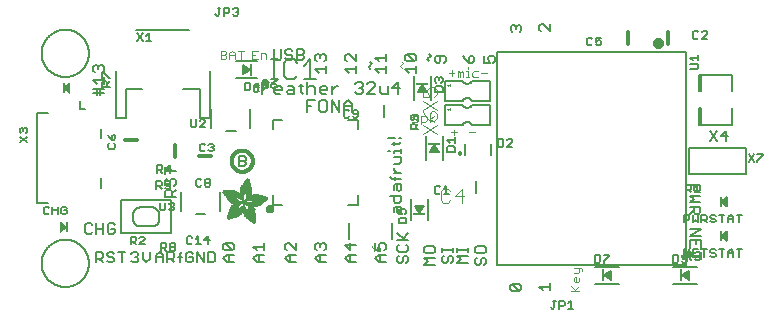
<source format=gbr>
G04 EAGLE Gerber RS-274X export*
G75*
%MOMM*%
%FSLAX34Y34*%
%LPD*%
%INSilkscreen Top*%
%IPPOS*%
%AMOC8*
5,1,8,0,0,1.08239X$1,22.5*%
G01*
%ADD10C,0.127000*%
%ADD11C,0.101600*%
%ADD12C,0.152400*%
%ADD13C,0.304800*%
%ADD14C,0.203200*%
%ADD15R,0.190500X0.889000*%
%ADD16C,0.406400*%
%ADD17C,0.025400*%
%ADD18R,0.200000X1.000000*%
%ADD19R,0.050800X0.006300*%
%ADD20R,0.082600X0.006400*%
%ADD21R,0.120600X0.006300*%
%ADD22R,0.139700X0.006400*%
%ADD23R,0.158800X0.006300*%
%ADD24R,0.177800X0.006400*%
%ADD25R,0.196800X0.006300*%
%ADD26R,0.215900X0.006400*%
%ADD27R,0.228600X0.006300*%
%ADD28R,0.241300X0.006400*%
%ADD29R,0.254000X0.006300*%
%ADD30R,0.266700X0.006400*%
%ADD31R,0.279400X0.006300*%
%ADD32R,0.285700X0.006400*%
%ADD33R,0.298400X0.006300*%
%ADD34R,0.311200X0.006400*%
%ADD35R,0.317500X0.006300*%
%ADD36R,0.330200X0.006400*%
%ADD37R,0.336600X0.006300*%
%ADD38R,0.349200X0.006400*%
%ADD39R,0.361900X0.006300*%
%ADD40R,0.368300X0.006400*%
%ADD41R,0.381000X0.006300*%
%ADD42R,0.387300X0.006400*%
%ADD43R,0.393700X0.006300*%
%ADD44R,0.406400X0.006400*%
%ADD45R,0.412700X0.006300*%
%ADD46R,0.419100X0.006400*%
%ADD47R,0.431800X0.006300*%
%ADD48R,0.438100X0.006400*%
%ADD49R,0.450800X0.006300*%
%ADD50R,0.457200X0.006400*%
%ADD51R,0.463500X0.006300*%
%ADD52R,0.476200X0.006400*%
%ADD53R,0.482600X0.006300*%
%ADD54R,0.488900X0.006400*%
%ADD55R,0.501600X0.006300*%
%ADD56R,0.508000X0.006400*%
%ADD57R,0.514300X0.006300*%
%ADD58R,0.527000X0.006400*%
%ADD59R,0.533400X0.006300*%
%ADD60R,0.546100X0.006400*%
%ADD61R,0.552400X0.006300*%
%ADD62R,0.558800X0.006400*%
%ADD63R,0.571500X0.006300*%
%ADD64R,0.577800X0.006400*%
%ADD65R,0.584200X0.006300*%
%ADD66R,0.596900X0.006400*%
%ADD67R,0.603200X0.006300*%
%ADD68R,0.609600X0.006400*%
%ADD69R,0.622300X0.006300*%
%ADD70R,0.628600X0.006400*%
%ADD71R,0.641300X0.006300*%
%ADD72R,0.647700X0.006400*%
%ADD73R,0.063500X0.006300*%
%ADD74R,0.654000X0.006300*%
%ADD75R,0.101600X0.006400*%
%ADD76R,0.666700X0.006400*%
%ADD77R,0.139700X0.006300*%
%ADD78R,0.673100X0.006300*%
%ADD79R,0.165100X0.006400*%
%ADD80R,0.679400X0.006400*%
%ADD81R,0.196900X0.006300*%
%ADD82R,0.692100X0.006300*%
%ADD83R,0.222200X0.006400*%
%ADD84R,0.698500X0.006400*%
%ADD85R,0.247700X0.006300*%
%ADD86R,0.704800X0.006300*%
%ADD87R,0.279400X0.006400*%
%ADD88R,0.717500X0.006400*%
%ADD89R,0.298500X0.006300*%
%ADD90R,0.723900X0.006300*%
%ADD91R,0.736600X0.006400*%
%ADD92R,0.342900X0.006300*%
%ADD93R,0.742900X0.006300*%
%ADD94R,0.374700X0.006400*%
%ADD95R,0.749300X0.006400*%
%ADD96R,0.762000X0.006300*%
%ADD97R,0.412700X0.006400*%
%ADD98R,0.768300X0.006400*%
%ADD99R,0.438100X0.006300*%
%ADD100R,0.774700X0.006300*%
%ADD101R,0.463600X0.006400*%
%ADD102R,0.787400X0.006400*%
%ADD103R,0.793700X0.006300*%
%ADD104R,0.495300X0.006400*%
%ADD105R,0.800100X0.006400*%
%ADD106R,0.520700X0.006300*%
%ADD107R,0.812800X0.006300*%
%ADD108R,0.533400X0.006400*%
%ADD109R,0.819100X0.006400*%
%ADD110R,0.558800X0.006300*%
%ADD111R,0.825500X0.006300*%
%ADD112R,0.577900X0.006400*%
%ADD113R,0.831800X0.006400*%
%ADD114R,0.596900X0.006300*%
%ADD115R,0.844500X0.006300*%
%ADD116R,0.616000X0.006400*%
%ADD117R,0.850900X0.006400*%
%ADD118R,0.635000X0.006300*%
%ADD119R,0.857200X0.006300*%
%ADD120R,0.654100X0.006400*%
%ADD121R,0.863600X0.006400*%
%ADD122R,0.666700X0.006300*%
%ADD123R,0.869900X0.006300*%
%ADD124R,0.685800X0.006400*%
%ADD125R,0.876300X0.006400*%
%ADD126R,0.882600X0.006300*%
%ADD127R,0.723900X0.006400*%
%ADD128R,0.889000X0.006400*%
%ADD129R,0.895300X0.006300*%
%ADD130R,0.755700X0.006400*%
%ADD131R,0.901700X0.006400*%
%ADD132R,0.908000X0.006300*%
%ADD133R,0.793800X0.006400*%
%ADD134R,0.914400X0.006400*%
%ADD135R,0.806400X0.006300*%
%ADD136R,0.920700X0.006300*%
%ADD137R,0.825500X0.006400*%
%ADD138R,0.927100X0.006400*%
%ADD139R,0.933400X0.006300*%
%ADD140R,0.857300X0.006400*%
%ADD141R,0.939800X0.006400*%
%ADD142R,0.870000X0.006300*%
%ADD143R,0.939800X0.006300*%
%ADD144R,0.946100X0.006400*%
%ADD145R,0.952500X0.006300*%
%ADD146R,0.908000X0.006400*%
%ADD147R,0.958800X0.006400*%
%ADD148R,0.965200X0.006300*%
%ADD149R,0.965200X0.006400*%
%ADD150R,0.971500X0.006300*%
%ADD151R,0.952500X0.006400*%
%ADD152R,0.977900X0.006400*%
%ADD153R,0.958800X0.006300*%
%ADD154R,0.984200X0.006300*%
%ADD155R,0.971500X0.006400*%
%ADD156R,0.984200X0.006400*%
%ADD157R,0.990600X0.006300*%
%ADD158R,0.984300X0.006400*%
%ADD159R,0.996900X0.006400*%
%ADD160R,0.997000X0.006300*%
%ADD161R,0.996900X0.006300*%
%ADD162R,1.003300X0.006400*%
%ADD163R,1.016000X0.006300*%
%ADD164R,1.009600X0.006300*%
%ADD165R,1.016000X0.006400*%
%ADD166R,1.009600X0.006400*%
%ADD167R,1.022300X0.006300*%
%ADD168R,1.028700X0.006400*%
%ADD169R,1.035100X0.006300*%
%ADD170R,1.047800X0.006400*%
%ADD171R,1.054100X0.006300*%
%ADD172R,1.028700X0.006300*%
%ADD173R,1.054100X0.006400*%
%ADD174R,1.035000X0.006400*%
%ADD175R,1.060400X0.006300*%
%ADD176R,1.035000X0.006300*%
%ADD177R,1.060500X0.006400*%
%ADD178R,1.041400X0.006400*%
%ADD179R,1.066800X0.006300*%
%ADD180R,1.041400X0.006300*%
%ADD181R,1.079500X0.006400*%
%ADD182R,1.047700X0.006400*%
%ADD183R,1.085900X0.006300*%
%ADD184R,1.047700X0.006300*%
%ADD185R,1.085800X0.006400*%
%ADD186R,1.092200X0.006300*%
%ADD187R,1.085900X0.006400*%
%ADD188R,1.098600X0.006300*%
%ADD189R,1.098600X0.006400*%
%ADD190R,1.060400X0.006400*%
%ADD191R,1.104900X0.006300*%
%ADD192R,1.104900X0.006400*%
%ADD193R,1.066800X0.006400*%
%ADD194R,1.111200X0.006300*%
%ADD195R,1.117600X0.006400*%
%ADD196R,1.117600X0.006300*%
%ADD197R,1.073100X0.006300*%
%ADD198R,1.073100X0.006400*%
%ADD199R,1.124000X0.006300*%
%ADD200R,1.079500X0.006300*%
%ADD201R,1.123900X0.006400*%
%ADD202R,1.130300X0.006300*%
%ADD203R,1.130300X0.006400*%
%ADD204R,1.136700X0.006400*%
%ADD205R,1.136700X0.006300*%
%ADD206R,1.085800X0.006300*%
%ADD207R,1.136600X0.006400*%
%ADD208R,1.136600X0.006300*%
%ADD209R,1.143000X0.006400*%
%ADD210R,1.143000X0.006300*%
%ADD211R,1.149400X0.006300*%
%ADD212R,1.149300X0.006300*%
%ADD213R,1.149300X0.006400*%
%ADD214R,1.149400X0.006400*%
%ADD215R,1.155700X0.006400*%
%ADD216R,1.155700X0.006300*%
%ADD217R,1.060500X0.006300*%
%ADD218R,2.197100X0.006400*%
%ADD219R,2.197100X0.006300*%
%ADD220R,2.184400X0.006300*%
%ADD221R,2.184400X0.006400*%
%ADD222R,2.171700X0.006400*%
%ADD223R,2.171700X0.006300*%
%ADD224R,1.530300X0.006400*%
%ADD225R,1.505000X0.006300*%
%ADD226R,1.492300X0.006400*%
%ADD227R,1.485900X0.006300*%
%ADD228R,0.565200X0.006300*%
%ADD229R,1.473200X0.006400*%
%ADD230R,0.565200X0.006400*%
%ADD231R,1.460500X0.006300*%
%ADD232R,1.454100X0.006400*%
%ADD233R,0.552400X0.006400*%
%ADD234R,1.441500X0.006300*%
%ADD235R,0.546100X0.006300*%
%ADD236R,1.435100X0.006400*%
%ADD237R,0.539800X0.006400*%
%ADD238R,1.428800X0.006300*%
%ADD239R,1.422400X0.006400*%
%ADD240R,1.409700X0.006300*%
%ADD241R,0.527100X0.006300*%
%ADD242R,1.403300X0.006400*%
%ADD243R,0.527100X0.006400*%
%ADD244R,1.390700X0.006300*%
%ADD245R,1.384300X0.006400*%
%ADD246R,0.520700X0.006400*%
%ADD247R,1.384300X0.006300*%
%ADD248R,0.514400X0.006300*%
%ADD249R,1.371600X0.006400*%
%ADD250R,1.365200X0.006300*%
%ADD251R,0.508000X0.006300*%
%ADD252R,1.352600X0.006400*%
%ADD253R,0.501700X0.006400*%
%ADD254R,0.711200X0.006300*%
%ADD255R,0.603300X0.006300*%
%ADD256R,0.501700X0.006300*%
%ADD257R,0.692100X0.006400*%
%ADD258R,0.571500X0.006400*%
%ADD259R,0.679400X0.006300*%
%ADD260R,0.495300X0.006300*%
%ADD261R,0.673100X0.006400*%
%ADD262R,0.666800X0.006300*%
%ADD263R,0.488900X0.006300*%
%ADD264R,0.660400X0.006400*%
%ADD265R,0.482600X0.006400*%
%ADD266R,0.476200X0.006300*%
%ADD267R,0.654000X0.006400*%
%ADD268R,0.469900X0.006400*%
%ADD269R,0.476300X0.006400*%
%ADD270R,0.647700X0.006300*%
%ADD271R,0.457200X0.006300*%
%ADD272R,0.469900X0.006300*%
%ADD273R,0.641300X0.006400*%
%ADD274R,0.444500X0.006400*%
%ADD275R,0.463600X0.006300*%
%ADD276R,0.635000X0.006400*%
%ADD277R,0.463500X0.006400*%
%ADD278R,0.393700X0.006400*%
%ADD279R,0.450800X0.006400*%
%ADD280R,0.628600X0.006300*%
%ADD281R,0.387400X0.006300*%
%ADD282R,0.450900X0.006300*%
%ADD283R,0.628700X0.006400*%
%ADD284R,0.374600X0.006400*%
%ADD285R,0.368300X0.006300*%
%ADD286R,0.438200X0.006300*%
%ADD287R,0.622300X0.006400*%
%ADD288R,0.355600X0.006400*%
%ADD289R,0.431800X0.006400*%
%ADD290R,0.349300X0.006300*%
%ADD291R,0.425400X0.006300*%
%ADD292R,0.615900X0.006300*%
%ADD293R,0.330200X0.006300*%
%ADD294R,0.419100X0.006300*%
%ADD295R,0.616000X0.006300*%
%ADD296R,0.311200X0.006300*%
%ADD297R,0.406400X0.006300*%
%ADD298R,0.615900X0.006400*%
%ADD299R,0.304800X0.006400*%
%ADD300R,0.158800X0.006400*%
%ADD301R,0.609600X0.006300*%
%ADD302R,0.292100X0.006300*%
%ADD303R,0.235000X0.006300*%
%ADD304R,0.387400X0.006400*%
%ADD305R,0.292100X0.006400*%
%ADD306R,0.336500X0.006300*%
%ADD307R,0.260400X0.006300*%
%ADD308R,0.603300X0.006400*%
%ADD309R,0.260400X0.006400*%
%ADD310R,0.362000X0.006400*%
%ADD311R,0.450900X0.006400*%
%ADD312R,0.355600X0.006300*%
%ADD313R,0.342900X0.006400*%
%ADD314R,0.514300X0.006400*%
%ADD315R,0.234900X0.006300*%
%ADD316R,0.539700X0.006300*%
%ADD317R,0.603200X0.006400*%
%ADD318R,0.234900X0.006400*%
%ADD319R,0.920700X0.006400*%
%ADD320R,0.958900X0.006400*%
%ADD321R,0.215900X0.006300*%
%ADD322R,0.209600X0.006400*%
%ADD323R,0.203200X0.006300*%
%ADD324R,1.003300X0.006300*%
%ADD325R,0.203200X0.006400*%
%ADD326R,0.196900X0.006400*%
%ADD327R,0.190500X0.006300*%
%ADD328R,0.190500X0.006400*%
%ADD329R,0.184200X0.006300*%
%ADD330R,0.590500X0.006400*%
%ADD331R,0.184200X0.006400*%
%ADD332R,0.590500X0.006300*%
%ADD333R,0.177800X0.006300*%
%ADD334R,0.584200X0.006400*%
%ADD335R,1.168400X0.006400*%
%ADD336R,0.171500X0.006300*%
%ADD337R,1.187500X0.006300*%
%ADD338R,1.200100X0.006400*%
%ADD339R,0.577800X0.006300*%
%ADD340R,1.212900X0.006300*%
%ADD341R,1.231900X0.006400*%
%ADD342R,1.250900X0.006300*%
%ADD343R,0.565100X0.006400*%
%ADD344R,0.184100X0.006400*%
%ADD345R,1.263700X0.006400*%
%ADD346R,0.565100X0.006300*%
%ADD347R,1.289100X0.006300*%
%ADD348R,1.314400X0.006400*%
%ADD349R,0.552500X0.006300*%
%ADD350R,1.568500X0.006300*%
%ADD351R,0.552500X0.006400*%
%ADD352R,1.581200X0.006400*%
%ADD353R,1.593800X0.006300*%
%ADD354R,1.606500X0.006400*%
%ADD355R,1.619300X0.006300*%
%ADD356R,0.514400X0.006400*%
%ADD357R,1.638300X0.006400*%
%ADD358R,1.657300X0.006300*%
%ADD359R,2.209800X0.006400*%
%ADD360R,2.425700X0.006300*%
%ADD361R,2.470100X0.006400*%
%ADD362R,2.501900X0.006300*%
%ADD363R,2.533700X0.006400*%
%ADD364R,2.559000X0.006300*%
%ADD365R,2.584500X0.006400*%
%ADD366R,2.609900X0.006300*%
%ADD367R,2.628900X0.006400*%
%ADD368R,2.660600X0.006300*%
%ADD369R,2.673400X0.006400*%
%ADD370R,1.422400X0.006300*%
%ADD371R,1.200200X0.006300*%
%ADD372R,1.365300X0.006300*%
%ADD373R,1.365300X0.006400*%
%ADD374R,1.352500X0.006300*%
%ADD375R,1.098500X0.006300*%
%ADD376R,1.358900X0.006400*%
%ADD377R,1.352600X0.006300*%
%ADD378R,1.358900X0.006300*%
%ADD379R,1.371600X0.006300*%
%ADD380R,1.377900X0.006400*%
%ADD381R,1.397000X0.006400*%
%ADD382R,1.403300X0.006300*%
%ADD383R,0.914400X0.006300*%
%ADD384R,0.876300X0.006300*%
%ADD385R,0.374600X0.006300*%
%ADD386R,1.073200X0.006400*%
%ADD387R,0.374700X0.006300*%
%ADD388R,0.844600X0.006400*%
%ADD389R,0.844600X0.006300*%
%ADD390R,0.831900X0.006400*%
%ADD391R,1.092200X0.006400*%
%ADD392R,0.400000X0.006300*%
%ADD393R,0.819200X0.006400*%
%ADD394R,1.111300X0.006400*%
%ADD395R,0.812800X0.006400*%
%ADD396R,0.800100X0.006300*%
%ADD397R,0.476300X0.006300*%
%ADD398R,1.181100X0.006300*%
%ADD399R,0.501600X0.006400*%
%ADD400R,1.193800X0.006400*%
%ADD401R,0.781000X0.006400*%
%ADD402R,1.238200X0.006400*%
%ADD403R,0.781100X0.006300*%
%ADD404R,1.257300X0.006300*%
%ADD405R,1.295400X0.006400*%
%ADD406R,1.333500X0.006300*%
%ADD407R,0.774700X0.006400*%
%ADD408R,1.866900X0.006400*%
%ADD409R,0.209600X0.006300*%
%ADD410R,1.866900X0.006300*%
%ADD411R,0.768400X0.006400*%
%ADD412R,0.209500X0.006400*%
%ADD413R,1.860600X0.006400*%
%ADD414R,0.762000X0.006400*%
%ADD415R,0.768400X0.006300*%
%ADD416R,1.860600X0.006300*%
%ADD417R,1.860500X0.006400*%
%ADD418R,0.222300X0.006300*%
%ADD419R,1.854200X0.006300*%
%ADD420R,0.235000X0.006400*%
%ADD421R,1.854200X0.006400*%
%ADD422R,0.768300X0.006300*%
%ADD423R,0.260300X0.006400*%
%ADD424R,1.847800X0.006400*%
%ADD425R,0.266700X0.006300*%
%ADD426R,1.847800X0.006300*%
%ADD427R,0.273100X0.006400*%
%ADD428R,1.841500X0.006400*%
%ADD429R,0.285800X0.006300*%
%ADD430R,1.841500X0.006300*%
%ADD431R,0.298500X0.006400*%
%ADD432R,1.835100X0.006400*%
%ADD433R,0.781000X0.006300*%
%ADD434R,0.304800X0.006300*%
%ADD435R,1.835100X0.006300*%
%ADD436R,0.317500X0.006400*%
%ADD437R,1.828800X0.006400*%
%ADD438R,0.787400X0.006300*%
%ADD439R,0.323800X0.006300*%
%ADD440R,1.828800X0.006300*%
%ADD441R,0.793700X0.006400*%
%ADD442R,1.822400X0.006400*%
%ADD443R,0.806500X0.006300*%
%ADD444R,1.822400X0.006300*%
%ADD445R,1.816100X0.006400*%
%ADD446R,0.819100X0.006300*%
%ADD447R,0.387300X0.006300*%
%ADD448R,1.816100X0.006300*%
%ADD449R,1.809800X0.006400*%
%ADD450R,1.803400X0.006300*%
%ADD451R,1.797000X0.006400*%
%ADD452R,0.901700X0.006300*%
%ADD453R,1.797000X0.006300*%
%ADD454R,1.441400X0.006400*%
%ADD455R,1.790700X0.006400*%
%ADD456R,1.447800X0.006300*%
%ADD457R,1.784300X0.006300*%
%ADD458R,1.447800X0.006400*%
%ADD459R,1.784300X0.006400*%
%ADD460R,1.454100X0.006300*%
%ADD461R,1.771700X0.006300*%
%ADD462R,1.460500X0.006400*%
%ADD463R,1.759000X0.006400*%
%ADD464R,1.466800X0.006300*%
%ADD465R,1.752600X0.006300*%
%ADD466R,1.466800X0.006400*%
%ADD467R,1.739900X0.006400*%
%ADD468R,1.473200X0.006300*%
%ADD469R,1.727200X0.006300*%
%ADD470R,1.479500X0.006400*%
%ADD471R,1.714500X0.006400*%
%ADD472R,1.695400X0.006300*%
%ADD473R,1.485900X0.006400*%
%ADD474R,1.682700X0.006400*%
%ADD475R,1.492200X0.006300*%
%ADD476R,1.663700X0.006300*%
%ADD477R,1.498600X0.006400*%
%ADD478R,1.644600X0.006400*%
%ADD479R,1.498600X0.006300*%
%ADD480R,1.619200X0.006300*%
%ADD481R,1.511300X0.006400*%
%ADD482R,1.600200X0.006400*%
%ADD483R,1.517700X0.006300*%
%ADD484R,1.574800X0.006300*%
%ADD485R,1.524000X0.006400*%
%ADD486R,1.555800X0.006400*%
%ADD487R,1.524000X0.006300*%
%ADD488R,1.536700X0.006300*%
%ADD489R,1.530400X0.006400*%
%ADD490R,1.517700X0.006400*%
%ADD491R,1.492300X0.006300*%
%ADD492R,1.549400X0.006400*%
%ADD493R,1.479600X0.006400*%
%ADD494R,1.549400X0.006300*%
%ADD495R,1.555700X0.006400*%
%ADD496R,1.562100X0.006300*%
%ADD497R,0.323900X0.006300*%
%ADD498R,1.568400X0.006400*%
%ADD499R,0.336600X0.006400*%
%ADD500R,1.587500X0.006300*%
%ADD501R,0.971600X0.006300*%
%ADD502R,0.349300X0.006400*%
%ADD503R,1.600200X0.006300*%
%ADD504R,0.920800X0.006300*%
%ADD505R,0.882700X0.006400*%
%ADD506R,1.612900X0.006300*%
%ADD507R,0.362000X0.006300*%
%ADD508R,1.625600X0.006400*%
%ADD509R,1.625600X0.006300*%
%ADD510R,1.644600X0.006300*%
%ADD511R,0.736600X0.006300*%
%ADD512R,0.717600X0.006400*%
%ADD513R,1.657400X0.006300*%
%ADD514R,0.679500X0.006300*%
%ADD515R,1.663700X0.006400*%
%ADD516R,0.400000X0.006400*%
%ADD517R,1.676400X0.006300*%
%ADD518R,1.676400X0.006400*%
%ADD519R,0.425500X0.006400*%
%ADD520R,1.352500X0.006400*%
%ADD521R,0.444500X0.006300*%
%ADD522R,0.361900X0.006400*%
%ADD523R,0.088900X0.006300*%
%ADD524R,1.009700X0.006300*%
%ADD525R,1.009700X0.006400*%
%ADD526R,1.022300X0.006400*%
%ADD527R,1.346200X0.006400*%
%ADD528R,1.346200X0.006300*%
%ADD529R,1.339900X0.006400*%
%ADD530R,1.035100X0.006400*%
%ADD531R,1.339800X0.006300*%
%ADD532R,1.333500X0.006400*%
%ADD533R,1.327200X0.006400*%
%ADD534R,1.320800X0.006300*%
%ADD535R,1.314500X0.006400*%
%ADD536R,1.314400X0.006300*%
%ADD537R,1.301700X0.006400*%
%ADD538R,1.295400X0.006300*%
%ADD539R,1.289000X0.006400*%
%ADD540R,1.276300X0.006300*%
%ADD541R,1.251000X0.006300*%
%ADD542R,1.244600X0.006400*%
%ADD543R,1.231900X0.006300*%
%ADD544R,1.212800X0.006400*%
%ADD545R,1.200100X0.006300*%
%ADD546R,1.187400X0.006400*%
%ADD547R,1.168400X0.006300*%
%ADD548R,1.047800X0.006300*%
%ADD549R,0.977900X0.006300*%
%ADD550R,0.946200X0.006400*%
%ADD551R,0.933400X0.006400*%
%ADD552R,0.895300X0.006400*%
%ADD553R,0.882700X0.006300*%
%ADD554R,0.863600X0.006300*%
%ADD555R,0.857200X0.006400*%
%ADD556R,0.850900X0.006300*%
%ADD557R,0.838200X0.006300*%
%ADD558R,0.806500X0.006400*%
%ADD559R,0.717600X0.006300*%
%ADD560R,0.711200X0.006400*%
%ADD561R,0.641400X0.006400*%
%ADD562R,0.641400X0.006300*%
%ADD563R,0.628700X0.006300*%
%ADD564R,0.590600X0.006300*%
%ADD565R,0.539700X0.006400*%
%ADD566R,0.285700X0.006300*%
%ADD567R,0.222200X0.006300*%
%ADD568R,0.171400X0.006300*%
%ADD569R,0.152400X0.006400*%
%ADD570R,0.133400X0.006300*%
%ADD571C,0.609600*%
%ADD572R,1.000000X0.200000*%
%ADD573C,0.177800*%

G36*
X21647Y51314D02*
X21647Y51314D01*
X21665Y51312D01*
X21767Y51340D01*
X21870Y51362D01*
X21885Y51371D01*
X21902Y51376D01*
X22047Y51461D01*
X27127Y55271D01*
X27130Y55274D01*
X27134Y55276D01*
X27215Y55363D01*
X27297Y55448D01*
X27299Y55452D01*
X27302Y55455D01*
X27352Y55564D01*
X27402Y55671D01*
X27402Y55675D01*
X27404Y55679D01*
X27417Y55797D01*
X27430Y55915D01*
X27430Y55919D01*
X27430Y55924D01*
X27404Y56040D01*
X27380Y56156D01*
X27377Y56160D01*
X27376Y56164D01*
X27315Y56266D01*
X27255Y56368D01*
X27251Y56371D01*
X27249Y56374D01*
X27127Y56489D01*
X22047Y60299D01*
X22031Y60307D01*
X22018Y60320D01*
X22003Y60327D01*
X21995Y60333D01*
X21945Y60353D01*
X21922Y60364D01*
X21829Y60413D01*
X21811Y60416D01*
X21795Y60423D01*
X21690Y60435D01*
X21586Y60451D01*
X21568Y60448D01*
X21551Y60450D01*
X21448Y60428D01*
X21343Y60410D01*
X21328Y60402D01*
X21310Y60398D01*
X21220Y60344D01*
X21127Y60294D01*
X21114Y60281D01*
X21099Y60272D01*
X21030Y60192D01*
X20958Y60115D01*
X20951Y60098D01*
X20939Y60085D01*
X20900Y59987D01*
X20856Y59891D01*
X20854Y59873D01*
X20847Y59857D01*
X20829Y59690D01*
X20829Y52070D01*
X20832Y52052D01*
X20830Y52035D01*
X20851Y51931D01*
X20869Y51827D01*
X20877Y51812D01*
X20881Y51794D01*
X20934Y51703D01*
X20984Y51610D01*
X20996Y51598D01*
X21006Y51582D01*
X21085Y51513D01*
X21162Y51441D01*
X21178Y51433D01*
X21192Y51421D01*
X21289Y51381D01*
X21385Y51337D01*
X21403Y51335D01*
X21419Y51328D01*
X21525Y51321D01*
X21629Y51310D01*
X21647Y51314D01*
G37*
G36*
X29012Y169022D02*
X29012Y169022D01*
X29029Y169020D01*
X29132Y169042D01*
X29237Y169060D01*
X29252Y169068D01*
X29270Y169072D01*
X29360Y169126D01*
X29454Y169176D01*
X29466Y169189D01*
X29481Y169198D01*
X29550Y169278D01*
X29622Y169355D01*
X29629Y169372D01*
X29641Y169385D01*
X29680Y169483D01*
X29724Y169579D01*
X29726Y169597D01*
X29733Y169613D01*
X29751Y169780D01*
X29751Y177400D01*
X29749Y177417D01*
X29750Y177432D01*
X29750Y177435D01*
X29729Y177539D01*
X29712Y177643D01*
X29703Y177658D01*
X29700Y177676D01*
X29646Y177767D01*
X29596Y177860D01*
X29584Y177872D01*
X29575Y177888D01*
X29495Y177957D01*
X29418Y178030D01*
X29402Y178037D01*
X29388Y178049D01*
X29291Y178089D01*
X29195Y178133D01*
X29177Y178135D01*
X29161Y178142D01*
X29055Y178149D01*
X28951Y178160D01*
X28933Y178156D01*
X28915Y178158D01*
X28813Y178130D01*
X28740Y178114D01*
X28737Y178114D01*
X28710Y178108D01*
X28695Y178099D01*
X28678Y178094D01*
X28533Y178009D01*
X23453Y174199D01*
X23450Y174196D01*
X23447Y174194D01*
X23365Y174107D01*
X23283Y174022D01*
X23281Y174018D01*
X23278Y174015D01*
X23228Y173906D01*
X23178Y173799D01*
X23178Y173795D01*
X23176Y173791D01*
X23163Y173673D01*
X23150Y173555D01*
X23150Y173551D01*
X23150Y173546D01*
X23176Y173430D01*
X23201Y173314D01*
X23203Y173310D01*
X23204Y173306D01*
X23265Y173204D01*
X23326Y173102D01*
X23329Y173099D01*
X23331Y173096D01*
X23453Y172981D01*
X28533Y169171D01*
X28549Y169163D01*
X28562Y169151D01*
X28658Y169106D01*
X28751Y169057D01*
X28769Y169054D01*
X28785Y169047D01*
X28890Y169035D01*
X28994Y169019D01*
X29012Y169022D01*
G37*
G36*
X585492Y72902D02*
X585492Y72902D01*
X585509Y72900D01*
X585612Y72922D01*
X585717Y72940D01*
X585732Y72948D01*
X585750Y72952D01*
X585840Y73006D01*
X585934Y73056D01*
X585946Y73069D01*
X585961Y73078D01*
X586030Y73158D01*
X586102Y73235D01*
X586109Y73252D01*
X586121Y73265D01*
X586160Y73363D01*
X586204Y73459D01*
X586206Y73477D01*
X586213Y73493D01*
X586231Y73660D01*
X586231Y81280D01*
X586229Y81297D01*
X586230Y81312D01*
X586230Y81315D01*
X586209Y81419D01*
X586192Y81523D01*
X586183Y81538D01*
X586180Y81556D01*
X586126Y81647D01*
X586076Y81740D01*
X586064Y81752D01*
X586055Y81768D01*
X585975Y81837D01*
X585898Y81910D01*
X585882Y81917D01*
X585868Y81929D01*
X585771Y81969D01*
X585675Y82013D01*
X585657Y82015D01*
X585641Y82022D01*
X585535Y82029D01*
X585431Y82040D01*
X585413Y82036D01*
X585395Y82038D01*
X585293Y82010D01*
X585220Y81994D01*
X585217Y81994D01*
X585190Y81988D01*
X585175Y81979D01*
X585158Y81974D01*
X585013Y81889D01*
X579933Y78079D01*
X579930Y78076D01*
X579927Y78074D01*
X579845Y77987D01*
X579763Y77902D01*
X579761Y77898D01*
X579758Y77895D01*
X579708Y77786D01*
X579658Y77679D01*
X579658Y77675D01*
X579656Y77671D01*
X579643Y77553D01*
X579630Y77435D01*
X579630Y77431D01*
X579630Y77426D01*
X579656Y77310D01*
X579681Y77194D01*
X579683Y77190D01*
X579684Y77186D01*
X579745Y77084D01*
X579806Y76982D01*
X579809Y76979D01*
X579811Y76976D01*
X579933Y76861D01*
X585013Y73051D01*
X585029Y73043D01*
X585042Y73031D01*
X585138Y72986D01*
X585231Y72937D01*
X585249Y72934D01*
X585265Y72927D01*
X585370Y72915D01*
X585474Y72899D01*
X585492Y72902D01*
G37*
G36*
X585492Y43692D02*
X585492Y43692D01*
X585509Y43690D01*
X585612Y43712D01*
X585717Y43730D01*
X585732Y43738D01*
X585750Y43742D01*
X585840Y43796D01*
X585934Y43846D01*
X585946Y43859D01*
X585961Y43868D01*
X586030Y43948D01*
X586102Y44025D01*
X586109Y44042D01*
X586121Y44055D01*
X586160Y44153D01*
X586204Y44249D01*
X586206Y44267D01*
X586213Y44283D01*
X586231Y44450D01*
X586231Y52070D01*
X586229Y52087D01*
X586230Y52102D01*
X586230Y52105D01*
X586209Y52209D01*
X586192Y52313D01*
X586183Y52328D01*
X586180Y52346D01*
X586126Y52437D01*
X586076Y52530D01*
X586064Y52542D01*
X586055Y52558D01*
X585975Y52627D01*
X585898Y52700D01*
X585882Y52707D01*
X585868Y52719D01*
X585771Y52759D01*
X585675Y52803D01*
X585657Y52805D01*
X585641Y52812D01*
X585535Y52819D01*
X585431Y52830D01*
X585413Y52826D01*
X585395Y52828D01*
X585293Y52800D01*
X585220Y52784D01*
X585217Y52784D01*
X585190Y52778D01*
X585175Y52769D01*
X585158Y52764D01*
X585013Y52679D01*
X579933Y48869D01*
X579930Y48866D01*
X579927Y48864D01*
X579845Y48777D01*
X579763Y48692D01*
X579761Y48688D01*
X579758Y48685D01*
X579708Y48576D01*
X579658Y48469D01*
X579658Y48465D01*
X579656Y48461D01*
X579643Y48343D01*
X579630Y48225D01*
X579630Y48221D01*
X579630Y48216D01*
X579656Y48100D01*
X579681Y47984D01*
X579683Y47980D01*
X579684Y47976D01*
X579745Y47874D01*
X579806Y47772D01*
X579809Y47769D01*
X579811Y47766D01*
X579933Y47651D01*
X585013Y43841D01*
X585029Y43833D01*
X585042Y43821D01*
X585138Y43776D01*
X585231Y43727D01*
X585249Y43724D01*
X585265Y43717D01*
X585370Y43705D01*
X585474Y43689D01*
X585492Y43692D01*
G37*
G36*
X177115Y186223D02*
X177115Y186223D01*
X177186Y186221D01*
X177256Y186240D01*
X177327Y186248D01*
X177382Y186273D01*
X177461Y186293D01*
X177564Y186354D01*
X177633Y186385D01*
X180633Y188385D01*
X180720Y188462D01*
X180810Y188535D01*
X180825Y188557D01*
X180845Y188575D01*
X180907Y188672D01*
X180974Y188767D01*
X180982Y188793D01*
X180997Y188815D01*
X181029Y188926D01*
X181067Y189036D01*
X181068Y189063D01*
X181075Y189088D01*
X181075Y189204D01*
X181081Y189320D01*
X181075Y189346D01*
X181075Y189373D01*
X181043Y189484D01*
X181017Y189597D01*
X181004Y189620D01*
X180996Y189646D01*
X180934Y189744D01*
X180878Y189845D01*
X180860Y189861D01*
X180845Y189886D01*
X180637Y190071D01*
X180633Y190075D01*
X177633Y192075D01*
X177569Y192106D01*
X177509Y192146D01*
X177441Y192167D01*
X177377Y192198D01*
X177306Y192210D01*
X177238Y192231D01*
X177167Y192233D01*
X177097Y192245D01*
X177025Y192237D01*
X176954Y192239D01*
X176885Y192221D01*
X176814Y192212D01*
X176748Y192185D01*
X176679Y192167D01*
X176618Y192130D01*
X176552Y192103D01*
X176496Y192058D01*
X176434Y192022D01*
X176385Y191970D01*
X176330Y191925D01*
X176289Y191867D01*
X176240Y191814D01*
X176207Y191751D01*
X176166Y191693D01*
X176143Y191625D01*
X176110Y191561D01*
X176100Y191502D01*
X176073Y191424D01*
X176067Y191305D01*
X176055Y191230D01*
X176055Y187230D01*
X176065Y187159D01*
X176065Y187087D01*
X176085Y187019D01*
X176095Y186949D01*
X176124Y186883D01*
X176144Y186814D01*
X176182Y186754D01*
X176211Y186689D01*
X176257Y186634D01*
X176295Y186574D01*
X176349Y186526D01*
X176395Y186472D01*
X176454Y186432D01*
X176508Y186385D01*
X176572Y186354D01*
X176631Y186315D01*
X176700Y186293D01*
X176764Y186262D01*
X176834Y186250D01*
X176902Y186229D01*
X176974Y186227D01*
X177045Y186215D01*
X177115Y186223D01*
G37*
G36*
X329731Y170985D02*
X329731Y170985D01*
X329803Y170985D01*
X329871Y171005D01*
X329942Y171015D01*
X330007Y171044D01*
X330076Y171064D01*
X330136Y171102D01*
X330201Y171131D01*
X330256Y171177D01*
X330316Y171215D01*
X330364Y171269D01*
X330418Y171315D01*
X330458Y171374D01*
X330505Y171428D01*
X330536Y171492D01*
X330576Y171551D01*
X330597Y171620D01*
X330628Y171684D01*
X330640Y171754D01*
X330661Y171822D01*
X330663Y171894D01*
X330675Y171965D01*
X330667Y172035D01*
X330669Y172106D01*
X330650Y172176D01*
X330642Y172247D01*
X330617Y172302D01*
X330597Y172381D01*
X330536Y172484D01*
X330505Y172553D01*
X328505Y175553D01*
X328428Y175640D01*
X328355Y175730D01*
X328333Y175745D01*
X328315Y175765D01*
X328218Y175827D01*
X328123Y175894D01*
X328097Y175902D01*
X328075Y175917D01*
X327964Y175949D01*
X327854Y175987D01*
X327827Y175988D01*
X327802Y175995D01*
X327686Y175995D01*
X327570Y176001D01*
X327544Y175995D01*
X327517Y175995D01*
X327406Y175963D01*
X327293Y175937D01*
X327270Y175924D01*
X327244Y175916D01*
X327146Y175854D01*
X327045Y175798D01*
X327029Y175780D01*
X327004Y175765D01*
X326819Y175557D01*
X326815Y175553D01*
X324815Y172553D01*
X324784Y172489D01*
X324745Y172429D01*
X324723Y172361D01*
X324692Y172297D01*
X324680Y172226D01*
X324659Y172158D01*
X324657Y172087D01*
X324645Y172017D01*
X324653Y171945D01*
X324651Y171874D01*
X324669Y171805D01*
X324678Y171734D01*
X324705Y171668D01*
X324723Y171599D01*
X324760Y171538D01*
X324787Y171472D01*
X324832Y171416D01*
X324869Y171354D01*
X324920Y171305D01*
X324965Y171250D01*
X325024Y171209D01*
X325076Y171160D01*
X325139Y171127D01*
X325197Y171086D01*
X325265Y171063D01*
X325329Y171030D01*
X325388Y171020D01*
X325466Y170993D01*
X325585Y170987D01*
X325660Y170975D01*
X329660Y170975D01*
X329731Y170985D01*
G37*
G36*
X339891Y120185D02*
X339891Y120185D01*
X339963Y120185D01*
X340031Y120205D01*
X340102Y120215D01*
X340167Y120244D01*
X340236Y120264D01*
X340296Y120302D01*
X340361Y120331D01*
X340416Y120377D01*
X340476Y120415D01*
X340524Y120469D01*
X340578Y120515D01*
X340618Y120574D01*
X340665Y120628D01*
X340696Y120692D01*
X340736Y120751D01*
X340757Y120820D01*
X340788Y120884D01*
X340800Y120954D01*
X340821Y121022D01*
X340823Y121094D01*
X340835Y121165D01*
X340827Y121235D01*
X340829Y121306D01*
X340810Y121376D01*
X340802Y121447D01*
X340777Y121502D01*
X340757Y121581D01*
X340696Y121684D01*
X340665Y121753D01*
X338665Y124753D01*
X338588Y124840D01*
X338515Y124930D01*
X338493Y124945D01*
X338475Y124965D01*
X338378Y125027D01*
X338283Y125094D01*
X338257Y125102D01*
X338235Y125117D01*
X338124Y125149D01*
X338014Y125187D01*
X337987Y125188D01*
X337962Y125195D01*
X337846Y125195D01*
X337730Y125201D01*
X337704Y125195D01*
X337677Y125195D01*
X337566Y125163D01*
X337453Y125137D01*
X337430Y125124D01*
X337404Y125116D01*
X337306Y125054D01*
X337205Y124998D01*
X337189Y124980D01*
X337164Y124965D01*
X336979Y124757D01*
X336975Y124753D01*
X334975Y121753D01*
X334944Y121689D01*
X334905Y121629D01*
X334883Y121561D01*
X334852Y121497D01*
X334840Y121426D01*
X334819Y121358D01*
X334817Y121287D01*
X334805Y121217D01*
X334813Y121145D01*
X334811Y121074D01*
X334829Y121005D01*
X334838Y120934D01*
X334865Y120868D01*
X334883Y120799D01*
X334920Y120738D01*
X334947Y120672D01*
X334992Y120616D01*
X335029Y120554D01*
X335080Y120505D01*
X335125Y120450D01*
X335184Y120409D01*
X335236Y120360D01*
X335299Y120327D01*
X335357Y120286D01*
X335425Y120263D01*
X335489Y120230D01*
X335548Y120220D01*
X335626Y120193D01*
X335745Y120187D01*
X335820Y120175D01*
X339820Y120175D01*
X339891Y120185D01*
G37*
G36*
X325236Y69115D02*
X325236Y69115D01*
X325263Y69115D01*
X325374Y69147D01*
X325487Y69173D01*
X325510Y69186D01*
X325536Y69194D01*
X325634Y69256D01*
X325735Y69312D01*
X325751Y69330D01*
X325776Y69345D01*
X325961Y69553D01*
X325965Y69557D01*
X327965Y72557D01*
X327996Y72621D01*
X328036Y72681D01*
X328057Y72749D01*
X328088Y72813D01*
X328100Y72884D01*
X328121Y72952D01*
X328123Y73023D01*
X328135Y73094D01*
X328127Y73165D01*
X328129Y73236D01*
X328111Y73305D01*
X328102Y73376D01*
X328075Y73442D01*
X328057Y73511D01*
X328020Y73572D01*
X327993Y73638D01*
X327948Y73694D01*
X327912Y73756D01*
X327860Y73805D01*
X327815Y73860D01*
X327757Y73901D01*
X327704Y73950D01*
X327641Y73983D01*
X327583Y74024D01*
X327515Y74047D01*
X327451Y74080D01*
X327392Y74090D01*
X327314Y74117D01*
X327195Y74123D01*
X327120Y74135D01*
X323120Y74135D01*
X323049Y74125D01*
X322977Y74125D01*
X322909Y74105D01*
X322839Y74095D01*
X322773Y74066D01*
X322704Y74046D01*
X322644Y74008D01*
X322579Y73979D01*
X322524Y73933D01*
X322464Y73895D01*
X322416Y73842D01*
X322362Y73796D01*
X322322Y73736D01*
X322275Y73682D01*
X322244Y73618D01*
X322205Y73559D01*
X322183Y73491D01*
X322152Y73426D01*
X322140Y73356D01*
X322119Y73288D01*
X322117Y73216D01*
X322105Y73146D01*
X322113Y73075D01*
X322111Y73004D01*
X322130Y72934D01*
X322138Y72863D01*
X322163Y72808D01*
X322183Y72729D01*
X322244Y72626D01*
X322275Y72557D01*
X324275Y69557D01*
X324352Y69470D01*
X324425Y69380D01*
X324447Y69365D01*
X324465Y69345D01*
X324562Y69283D01*
X324657Y69216D01*
X324683Y69208D01*
X324705Y69193D01*
X324816Y69161D01*
X324926Y69123D01*
X324953Y69122D01*
X324978Y69115D01*
X325094Y69115D01*
X325210Y69109D01*
X325236Y69115D01*
G37*
G36*
X485915Y12233D02*
X485915Y12233D01*
X485986Y12231D01*
X486055Y12249D01*
X486126Y12258D01*
X486192Y12285D01*
X486261Y12303D01*
X486322Y12340D01*
X486388Y12367D01*
X486444Y12412D01*
X486506Y12449D01*
X486555Y12500D01*
X486610Y12545D01*
X486651Y12604D01*
X486700Y12656D01*
X486733Y12719D01*
X486774Y12777D01*
X486797Y12845D01*
X486830Y12909D01*
X486840Y12968D01*
X486867Y13046D01*
X486873Y13165D01*
X486885Y13240D01*
X486885Y17240D01*
X486875Y17311D01*
X486875Y17383D01*
X486855Y17451D01*
X486845Y17522D01*
X486816Y17587D01*
X486796Y17656D01*
X486758Y17716D01*
X486729Y17781D01*
X486683Y17836D01*
X486645Y17896D01*
X486592Y17944D01*
X486546Y17998D01*
X486486Y18038D01*
X486432Y18085D01*
X486368Y18116D01*
X486309Y18156D01*
X486241Y18177D01*
X486176Y18208D01*
X486106Y18220D01*
X486038Y18241D01*
X485966Y18243D01*
X485896Y18255D01*
X485825Y18247D01*
X485754Y18249D01*
X485684Y18230D01*
X485613Y18222D01*
X485558Y18197D01*
X485479Y18177D01*
X485376Y18116D01*
X485307Y18085D01*
X482307Y16085D01*
X482220Y16008D01*
X482130Y15935D01*
X482115Y15913D01*
X482095Y15895D01*
X482033Y15798D01*
X481966Y15703D01*
X481958Y15677D01*
X481943Y15655D01*
X481911Y15544D01*
X481873Y15434D01*
X481872Y15407D01*
X481865Y15382D01*
X481865Y15266D01*
X481859Y15150D01*
X481865Y15124D01*
X481865Y15097D01*
X481897Y14986D01*
X481923Y14873D01*
X481936Y14850D01*
X481944Y14824D01*
X482006Y14726D01*
X482062Y14625D01*
X482080Y14609D01*
X482095Y14584D01*
X482303Y14399D01*
X482307Y14395D01*
X485307Y12395D01*
X485371Y12364D01*
X485431Y12325D01*
X485499Y12303D01*
X485563Y12272D01*
X485634Y12260D01*
X485702Y12239D01*
X485773Y12237D01*
X485844Y12225D01*
X485915Y12233D01*
G37*
G36*
X551955Y12233D02*
X551955Y12233D01*
X552026Y12231D01*
X552095Y12249D01*
X552166Y12258D01*
X552232Y12285D01*
X552301Y12303D01*
X552362Y12340D01*
X552428Y12367D01*
X552484Y12412D01*
X552546Y12449D01*
X552595Y12500D01*
X552650Y12545D01*
X552691Y12604D01*
X552740Y12656D01*
X552773Y12719D01*
X552814Y12777D01*
X552837Y12845D01*
X552870Y12909D01*
X552880Y12968D01*
X552907Y13046D01*
X552913Y13165D01*
X552925Y13240D01*
X552925Y17240D01*
X552915Y17311D01*
X552915Y17383D01*
X552895Y17451D01*
X552885Y17522D01*
X552856Y17587D01*
X552836Y17656D01*
X552798Y17716D01*
X552769Y17781D01*
X552723Y17836D01*
X552685Y17896D01*
X552632Y17944D01*
X552586Y17998D01*
X552526Y18038D01*
X552472Y18085D01*
X552408Y18116D01*
X552349Y18156D01*
X552281Y18177D01*
X552216Y18208D01*
X552146Y18220D01*
X552078Y18241D01*
X552006Y18243D01*
X551936Y18255D01*
X551865Y18247D01*
X551794Y18249D01*
X551724Y18230D01*
X551653Y18222D01*
X551598Y18197D01*
X551519Y18177D01*
X551416Y18116D01*
X551347Y18085D01*
X548347Y16085D01*
X548260Y16008D01*
X548170Y15935D01*
X548155Y15913D01*
X548135Y15895D01*
X548073Y15798D01*
X548006Y15703D01*
X547998Y15677D01*
X547983Y15655D01*
X547951Y15544D01*
X547913Y15434D01*
X547912Y15407D01*
X547905Y15382D01*
X547905Y15266D01*
X547899Y15150D01*
X547905Y15124D01*
X547905Y15097D01*
X547937Y14986D01*
X547963Y14873D01*
X547976Y14850D01*
X547984Y14824D01*
X548046Y14726D01*
X548102Y14625D01*
X548120Y14609D01*
X548135Y14584D01*
X548343Y14399D01*
X548347Y14395D01*
X551347Y12395D01*
X551411Y12364D01*
X551471Y12325D01*
X551539Y12303D01*
X551603Y12272D01*
X551674Y12260D01*
X551742Y12239D01*
X551813Y12237D01*
X551884Y12225D01*
X551955Y12233D01*
G37*
D10*
X202502Y206383D02*
X202502Y198968D01*
X203985Y197485D01*
X206951Y197485D01*
X208434Y198968D01*
X208434Y206383D01*
X216306Y206383D02*
X217789Y204900D01*
X216306Y206383D02*
X213340Y206383D01*
X211857Y204900D01*
X211857Y203417D01*
X213340Y201934D01*
X216306Y201934D01*
X217789Y200451D01*
X217789Y198968D01*
X216306Y197485D01*
X213340Y197485D01*
X211857Y198968D01*
X221213Y197485D02*
X221213Y206383D01*
X225661Y206383D01*
X227144Y204900D01*
X227144Y203417D01*
X225661Y201934D01*
X227144Y200451D01*
X227144Y198968D01*
X225661Y197485D01*
X221213Y197485D01*
X221213Y201934D02*
X225661Y201934D01*
X51372Y34933D02*
X51372Y26035D01*
X51372Y34933D02*
X55821Y34933D01*
X57304Y33450D01*
X57304Y30484D01*
X55821Y29001D01*
X51372Y29001D01*
X54338Y29001D02*
X57304Y26035D01*
X65176Y34933D02*
X66659Y33450D01*
X65176Y34933D02*
X62210Y34933D01*
X60727Y33450D01*
X60727Y31967D01*
X62210Y30484D01*
X65176Y30484D01*
X66659Y29001D01*
X66659Y27518D01*
X65176Y26035D01*
X62210Y26035D01*
X60727Y27518D01*
X73048Y26035D02*
X73048Y34933D01*
X70083Y34933D02*
X76014Y34933D01*
X102461Y31967D02*
X102461Y26035D01*
X102461Y31967D02*
X105427Y34933D01*
X108393Y31967D01*
X108393Y26035D01*
X108393Y30484D02*
X102461Y30484D01*
X111817Y26035D02*
X111817Y34933D01*
X116265Y34933D01*
X117748Y33450D01*
X117748Y30484D01*
X116265Y29001D01*
X111817Y29001D01*
X114782Y29001D02*
X117748Y26035D01*
X122655Y26035D02*
X122655Y33450D01*
X124138Y34933D01*
X124138Y30484D02*
X121172Y30484D01*
X82933Y34933D02*
X81450Y33450D01*
X82933Y34933D02*
X85899Y34933D01*
X87382Y33450D01*
X87382Y31967D01*
X85899Y30484D01*
X84416Y30484D01*
X85899Y30484D02*
X87382Y29001D01*
X87382Y27518D01*
X85899Y26035D01*
X82933Y26035D01*
X81450Y27518D01*
X90805Y29001D02*
X90805Y34933D01*
X90805Y29001D02*
X93771Y26035D01*
X96737Y29001D01*
X96737Y34933D01*
X290613Y26840D02*
X296545Y26840D01*
X290613Y26840D02*
X287647Y29806D01*
X290613Y32772D01*
X296545Y32772D01*
X292096Y32772D02*
X292096Y26840D01*
X287647Y36195D02*
X287647Y42127D01*
X287647Y36195D02*
X292096Y36195D01*
X290613Y39161D01*
X290613Y40644D01*
X292096Y42127D01*
X295062Y42127D01*
X296545Y40644D01*
X296545Y37678D01*
X295062Y36195D01*
X271145Y26840D02*
X265213Y26840D01*
X262247Y29806D01*
X265213Y32772D01*
X271145Y32772D01*
X266696Y32772D02*
X266696Y26840D01*
X271145Y40644D02*
X262247Y40644D01*
X266696Y36195D01*
X266696Y42127D01*
X245745Y26840D02*
X239813Y26840D01*
X236847Y29806D01*
X239813Y32772D01*
X245745Y32772D01*
X241296Y32772D02*
X241296Y26840D01*
X238330Y36195D02*
X236847Y37678D01*
X236847Y40644D01*
X238330Y42127D01*
X239813Y42127D01*
X241296Y40644D01*
X241296Y39161D01*
X241296Y40644D02*
X242779Y42127D01*
X244262Y42127D01*
X245745Y40644D01*
X245745Y37678D01*
X244262Y36195D01*
X220345Y26840D02*
X214413Y26840D01*
X211447Y29806D01*
X214413Y32772D01*
X220345Y32772D01*
X215896Y32772D02*
X215896Y26840D01*
X220345Y36195D02*
X220345Y42127D01*
X220345Y36195D02*
X214413Y42127D01*
X212930Y42127D01*
X211447Y40644D01*
X211447Y37678D01*
X212930Y36195D01*
X193675Y26840D02*
X187743Y26840D01*
X184777Y29806D01*
X187743Y32772D01*
X193675Y32772D01*
X189226Y32772D02*
X189226Y26840D01*
X187743Y36195D02*
X184777Y39161D01*
X193675Y39161D01*
X193675Y36195D02*
X193675Y42127D01*
X168275Y26840D02*
X162343Y26840D01*
X159377Y29806D01*
X162343Y32772D01*
X168275Y32772D01*
X163826Y32772D02*
X163826Y26840D01*
X166792Y36195D02*
X160860Y36195D01*
X159377Y37678D01*
X159377Y40644D01*
X160860Y42127D01*
X166792Y42127D01*
X168275Y40644D01*
X168275Y37678D01*
X166792Y36195D01*
X160860Y42127D01*
X239813Y186860D02*
X236847Y189826D01*
X245745Y189826D01*
X245745Y186860D02*
X245745Y192792D01*
X238330Y196215D02*
X236847Y197698D01*
X236847Y200664D01*
X238330Y202147D01*
X239813Y202147D01*
X241296Y200664D01*
X241296Y199181D01*
X241296Y200664D02*
X242779Y202147D01*
X244262Y202147D01*
X245745Y200664D01*
X245745Y197698D01*
X244262Y196215D01*
X287647Y189826D02*
X290613Y186860D01*
X287647Y189826D02*
X296545Y189826D01*
X296545Y186860D02*
X296545Y192792D01*
X290613Y196215D02*
X287647Y199181D01*
X296545Y199181D01*
X296545Y196215D02*
X296545Y202147D01*
X313047Y189826D02*
X316013Y186860D01*
X313047Y189826D02*
X321945Y189826D01*
X321945Y186860D02*
X321945Y192792D01*
X320462Y196215D02*
X314530Y196215D01*
X313047Y197698D01*
X313047Y200664D01*
X314530Y202147D01*
X320462Y202147D01*
X321945Y200664D01*
X321945Y197698D01*
X320462Y196215D01*
X314530Y202147D01*
X345862Y195347D02*
X347345Y196830D01*
X347345Y199796D01*
X345862Y201279D01*
X339930Y201279D01*
X338447Y199796D01*
X338447Y196830D01*
X339930Y195347D01*
X341413Y195347D01*
X342896Y196830D01*
X342896Y201279D01*
X308180Y31904D02*
X306697Y30421D01*
X306697Y27455D01*
X308180Y25972D01*
X309663Y25972D01*
X311146Y27455D01*
X311146Y30421D01*
X312629Y31904D01*
X314112Y31904D01*
X315595Y30421D01*
X315595Y27455D01*
X314112Y25972D01*
X306697Y39776D02*
X308180Y41259D01*
X306697Y39776D02*
X306697Y36810D01*
X308180Y35327D01*
X314112Y35327D01*
X315595Y36810D01*
X315595Y39776D01*
X314112Y41259D01*
X315595Y44683D02*
X306697Y44683D01*
X306697Y50614D02*
X312629Y44683D01*
X311146Y46166D02*
X315595Y50614D01*
X329557Y24300D02*
X338455Y24300D01*
X332523Y27266D02*
X329557Y24300D01*
X332523Y27266D02*
X329557Y30232D01*
X338455Y30232D01*
X329557Y35138D02*
X329557Y38104D01*
X329557Y35138D02*
X331040Y33655D01*
X336972Y33655D01*
X338455Y35138D01*
X338455Y38104D01*
X336972Y39587D01*
X331040Y39587D01*
X329557Y38104D01*
X344797Y30308D02*
X346280Y31791D01*
X344797Y30308D02*
X344797Y27342D01*
X346280Y25859D01*
X347763Y25859D01*
X349246Y27342D01*
X349246Y30308D01*
X350729Y31791D01*
X352212Y31791D01*
X353695Y30308D01*
X353695Y27342D01*
X352212Y25859D01*
X353695Y35214D02*
X353695Y38180D01*
X353695Y36697D02*
X344797Y36697D01*
X344797Y35214D02*
X344797Y38180D01*
X357497Y25859D02*
X366395Y25859D01*
X360463Y28825D02*
X357497Y25859D01*
X360463Y28825D02*
X357497Y31791D01*
X366395Y31791D01*
X366395Y35214D02*
X366395Y38180D01*
X366395Y36697D02*
X357497Y36697D01*
X357497Y35214D02*
X357497Y38180D01*
X372737Y28749D02*
X374220Y30232D01*
X372737Y28749D02*
X372737Y25783D01*
X374220Y24300D01*
X375703Y24300D01*
X377186Y25783D01*
X377186Y28749D01*
X378669Y30232D01*
X380152Y30232D01*
X381635Y28749D01*
X381635Y25783D01*
X380152Y24300D01*
X372737Y35138D02*
X372737Y38104D01*
X372737Y35138D02*
X374220Y33655D01*
X380152Y33655D01*
X381635Y35138D01*
X381635Y38104D01*
X380152Y39587D01*
X374220Y39587D01*
X372737Y38104D01*
D11*
X156922Y198374D02*
X156922Y205492D01*
X160481Y205492D01*
X161667Y204306D01*
X161667Y203119D01*
X160481Y201933D01*
X161667Y200747D01*
X161667Y199560D01*
X160481Y198374D01*
X156922Y198374D01*
X156922Y201933D02*
X160481Y201933D01*
X164406Y203119D02*
X164406Y198374D01*
X164406Y203119D02*
X166779Y205492D01*
X169151Y203119D01*
X169151Y198374D01*
X169151Y201933D02*
X164406Y201933D01*
X174263Y198374D02*
X174263Y205492D01*
X176635Y205492D02*
X171890Y205492D01*
D10*
X262247Y189826D02*
X265213Y186860D01*
X262247Y189826D02*
X271145Y189826D01*
X271145Y186860D02*
X271145Y192792D01*
X271145Y196215D02*
X271145Y202147D01*
X271145Y196215D02*
X265213Y202147D01*
X263730Y202147D01*
X262247Y200664D01*
X262247Y197698D01*
X263730Y196215D01*
X362577Y201279D02*
X364060Y198313D01*
X367026Y195347D01*
X369992Y195347D01*
X371475Y196830D01*
X371475Y199796D01*
X369992Y201279D01*
X368509Y201279D01*
X367026Y199796D01*
X367026Y195347D01*
X133504Y33450D02*
X132021Y34933D01*
X129055Y34933D01*
X127572Y33450D01*
X127572Y27518D01*
X129055Y26035D01*
X132021Y26035D01*
X133504Y27518D01*
X133504Y30484D01*
X130538Y30484D01*
X136927Y26035D02*
X136927Y34933D01*
X142859Y26035D01*
X142859Y34933D01*
X146283Y34933D02*
X146283Y26035D01*
X150731Y26035D01*
X152214Y27518D01*
X152214Y33450D01*
X150731Y34933D01*
X146283Y34933D01*
X57785Y169695D02*
X48887Y169695D01*
X48887Y172661D02*
X57785Y172661D01*
X51853Y172661D02*
X51853Y168212D01*
X51853Y172661D02*
X51853Y174144D01*
X54819Y174144D02*
X54819Y168212D01*
X51853Y177567D02*
X48887Y180533D01*
X57785Y180533D01*
X57785Y177567D02*
X57785Y183499D01*
X50370Y186923D02*
X48887Y188406D01*
X48887Y191371D01*
X50370Y192854D01*
X51853Y192854D01*
X53336Y191371D01*
X53336Y189888D01*
X53336Y191371D02*
X54819Y192854D01*
X56302Y192854D01*
X57785Y191371D01*
X57785Y188406D01*
X56302Y186923D01*
D11*
X183524Y205492D02*
X188269Y205492D01*
X183524Y205492D02*
X183524Y198374D01*
X188269Y198374D01*
X185897Y201933D02*
X183524Y201933D01*
X191008Y203119D02*
X191008Y198374D01*
X191008Y203119D02*
X194567Y203119D01*
X195753Y201933D01*
X195753Y198374D01*
X308942Y192262D02*
X310128Y191076D01*
X308942Y192262D02*
X311314Y194635D01*
X310128Y195821D01*
D10*
X331884Y198100D02*
X333367Y196617D01*
X331884Y198100D02*
X334850Y201066D01*
X333367Y202549D01*
X118745Y81852D02*
X109847Y81852D01*
X109847Y86301D01*
X111330Y87784D01*
X114296Y87784D01*
X115779Y86301D01*
X115779Y81852D01*
X115779Y84818D02*
X118745Y87784D01*
X109847Y95656D02*
X111330Y97139D01*
X109847Y95656D02*
X109847Y92690D01*
X111330Y91207D01*
X112813Y91207D01*
X114296Y92690D01*
X114296Y95656D01*
X115779Y97139D01*
X117262Y97139D01*
X118745Y95656D01*
X118745Y92690D01*
X117262Y91207D01*
X118745Y103528D02*
X109847Y103528D01*
X109847Y100563D02*
X109847Y106494D01*
D12*
X191706Y169037D02*
X191706Y178951D01*
X198315Y178951D01*
X195010Y173994D02*
X191706Y173994D01*
X203883Y169037D02*
X207187Y169037D01*
X203883Y169037D02*
X202230Y170689D01*
X202230Y173994D01*
X203883Y175647D01*
X207187Y175647D01*
X208840Y173994D01*
X208840Y172342D01*
X202230Y172342D01*
X214407Y175647D02*
X217712Y175647D01*
X219364Y173994D01*
X219364Y169037D01*
X214407Y169037D01*
X212755Y170689D01*
X214407Y172342D01*
X219364Y172342D01*
X224932Y170689D02*
X224932Y177299D01*
X224932Y170689D02*
X226584Y169037D01*
X226584Y175647D02*
X223279Y175647D01*
X230296Y178951D02*
X230296Y169037D01*
X230296Y173994D02*
X231948Y175647D01*
X235253Y175647D01*
X236905Y173994D01*
X236905Y169037D01*
X242473Y169037D02*
X245778Y169037D01*
X242473Y169037D02*
X240820Y170689D01*
X240820Y173994D01*
X242473Y175647D01*
X245778Y175647D01*
X247430Y173994D01*
X247430Y172342D01*
X240820Y172342D01*
X251345Y169037D02*
X251345Y175647D01*
X251345Y172342D02*
X254650Y175647D01*
X256302Y175647D01*
X270640Y177299D02*
X272292Y178951D01*
X275597Y178951D01*
X277250Y177299D01*
X277250Y175647D01*
X275597Y173994D01*
X273945Y173994D01*
X275597Y173994D02*
X277250Y172342D01*
X277250Y170689D01*
X275597Y169037D01*
X272292Y169037D01*
X270640Y170689D01*
X281165Y169037D02*
X287774Y169037D01*
X281165Y169037D02*
X287774Y175647D01*
X287774Y177299D01*
X286122Y178951D01*
X282817Y178951D01*
X281165Y177299D01*
X291689Y175647D02*
X291689Y170689D01*
X293342Y169037D01*
X298299Y169037D01*
X298299Y175647D01*
X307171Y178951D02*
X307171Y169037D01*
X302214Y173994D02*
X307171Y178951D01*
X308823Y173994D02*
X302214Y173994D01*
D10*
X48414Y57580D02*
X46931Y59063D01*
X43965Y59063D01*
X42482Y57580D01*
X42482Y51648D01*
X43965Y50165D01*
X46931Y50165D01*
X48414Y51648D01*
X51837Y50165D02*
X51837Y59063D01*
X51837Y54614D02*
X57769Y54614D01*
X57769Y59063D02*
X57769Y50165D01*
X65641Y59063D02*
X67124Y57580D01*
X65641Y59063D02*
X62676Y59063D01*
X61193Y57580D01*
X61193Y51648D01*
X62676Y50165D01*
X65641Y50165D01*
X67124Y51648D01*
X67124Y54614D01*
X64158Y54614D01*
X380357Y195347D02*
X380357Y201279D01*
X380357Y195347D02*
X384806Y195347D01*
X383323Y198313D01*
X383323Y199796D01*
X384806Y201279D01*
X387772Y201279D01*
X389255Y199796D01*
X389255Y196830D01*
X387772Y195347D01*
X404065Y220980D02*
X402582Y222463D01*
X402582Y225429D01*
X404065Y226912D01*
X405548Y226912D01*
X407031Y225429D01*
X407031Y223946D01*
X407031Y225429D02*
X408514Y226912D01*
X409997Y226912D01*
X411480Y225429D01*
X411480Y222463D01*
X409997Y220980D01*
X435610Y221615D02*
X435610Y227547D01*
X435610Y221615D02*
X429678Y227547D01*
X428195Y227547D01*
X426712Y226064D01*
X426712Y223098D01*
X428195Y221615D01*
X426712Y5506D02*
X429678Y2540D01*
X426712Y5506D02*
X435610Y5506D01*
X435610Y2540D02*
X435610Y8472D01*
X409362Y1905D02*
X403430Y1905D01*
X401947Y3388D01*
X401947Y6354D01*
X403430Y7837D01*
X409362Y7837D01*
X410845Y6354D01*
X410845Y3388D01*
X409362Y1905D01*
X403430Y7837D01*
D11*
X453384Y1778D02*
X460502Y1778D01*
X458129Y1778D02*
X453384Y6523D01*
X456943Y2964D02*
X460502Y6523D01*
X460502Y10449D02*
X460502Y12821D01*
X460502Y10449D02*
X459316Y9262D01*
X456943Y9262D01*
X455757Y10449D01*
X455757Y12821D01*
X456943Y14008D01*
X458129Y14008D01*
X458129Y9262D01*
X459316Y16746D02*
X455757Y16746D01*
X459316Y16746D02*
X460502Y17933D01*
X460502Y21492D01*
X461688Y21492D02*
X455757Y21492D01*
X461688Y21492D02*
X462875Y20305D01*
X462875Y19119D01*
X322837Y145288D02*
X319278Y145288D01*
X322837Y145288D02*
X324023Y146474D01*
X322837Y147661D01*
X320464Y147661D01*
X319278Y148847D01*
X320464Y150033D01*
X324023Y150033D01*
X326762Y150033D02*
X326762Y142915D01*
X326762Y150033D02*
X330321Y150033D01*
X331508Y148847D01*
X331508Y146474D01*
X330321Y145288D01*
X326762Y145288D01*
X334246Y145288D02*
X334246Y152406D01*
X334246Y147661D02*
X337805Y145288D01*
X334246Y147661D02*
X337805Y150033D01*
X350075Y186693D02*
X354820Y186693D01*
X352448Y189066D02*
X352448Y184320D01*
X357559Y183134D02*
X357559Y187879D01*
X358745Y187879D01*
X359932Y186693D01*
X359932Y183134D01*
X359932Y186693D02*
X361118Y187879D01*
X362305Y186693D01*
X362305Y183134D01*
X365043Y187879D02*
X366230Y187879D01*
X366230Y183134D01*
X367416Y183134D02*
X365043Y183134D01*
X366230Y190252D02*
X366230Y191438D01*
X371219Y187879D02*
X374778Y187879D01*
X371219Y187879D02*
X370033Y186693D01*
X370033Y184320D01*
X371219Y183134D01*
X374778Y183134D01*
X377517Y186693D02*
X382262Y186693D01*
X357043Y136147D02*
X352298Y136147D01*
X354671Y138520D02*
X354671Y133774D01*
X367266Y136147D02*
X372012Y136147D01*
D12*
X554482Y91948D02*
X563125Y91948D01*
X563125Y87626D01*
X561685Y86186D01*
X558804Y86186D01*
X557363Y87626D01*
X557363Y91948D01*
X554482Y82593D02*
X563125Y82593D01*
X557363Y79712D02*
X554482Y82593D01*
X557363Y79712D02*
X554482Y76831D01*
X563125Y76831D01*
X563125Y73238D02*
X554482Y73238D01*
X563125Y73238D02*
X563125Y68916D01*
X561685Y67475D01*
X558804Y67475D01*
X557363Y68916D01*
X557363Y73238D01*
X557363Y70357D02*
X554482Y67475D01*
X554482Y54483D02*
X563634Y54483D01*
X554482Y48382D01*
X563634Y48382D01*
X563634Y44660D02*
X563634Y38559D01*
X563634Y44660D02*
X554482Y44660D01*
X554482Y38559D01*
X559058Y41609D02*
X559058Y44660D01*
X554482Y31787D02*
X563634Y31787D01*
X563634Y34837D02*
X563634Y28736D01*
X229903Y153797D02*
X229903Y163711D01*
X236512Y163711D01*
X233208Y158754D02*
X229903Y158754D01*
X242080Y163711D02*
X245385Y163711D01*
X242080Y163711D02*
X240427Y162059D01*
X240427Y155449D01*
X242080Y153797D01*
X245385Y153797D01*
X247037Y155449D01*
X247037Y162059D01*
X245385Y163711D01*
X250952Y163711D02*
X250952Y153797D01*
X257562Y153797D02*
X250952Y163711D01*
X257562Y163711D02*
X257562Y153797D01*
X261477Y153797D02*
X261477Y160407D01*
X264781Y163711D01*
X268086Y160407D01*
X268086Y153797D01*
X268086Y158754D02*
X261477Y158754D01*
D10*
X283837Y190267D02*
X282354Y191750D01*
X285320Y194716D01*
X283837Y196199D01*
X303313Y71891D02*
X303313Y68925D01*
X303313Y71891D02*
X304796Y73374D01*
X309245Y73374D01*
X309245Y68925D01*
X307762Y67442D01*
X306279Y68925D01*
X306279Y73374D01*
X309245Y82729D02*
X300347Y82729D01*
X309245Y82729D02*
X309245Y78280D01*
X307762Y76797D01*
X304796Y76797D01*
X303313Y78280D01*
X303313Y82729D01*
X303313Y87636D02*
X303313Y90601D01*
X304796Y92084D01*
X309245Y92084D01*
X309245Y87636D01*
X307762Y86153D01*
X306279Y87636D01*
X306279Y92084D01*
X309245Y96991D02*
X301830Y96991D01*
X300347Y98474D01*
X304796Y98474D02*
X304796Y95508D01*
X303313Y101745D02*
X309245Y101745D01*
X306279Y101745D02*
X303313Y104710D01*
X303313Y106193D01*
X303313Y109541D02*
X307762Y109541D01*
X309245Y111023D01*
X309245Y115472D01*
X303313Y115472D01*
X303313Y118896D02*
X303313Y120379D01*
X309245Y120379D01*
X309245Y118896D02*
X309245Y121862D01*
X300347Y120379D02*
X298864Y120379D01*
X301830Y126615D02*
X307762Y126615D01*
X309245Y128098D01*
X303313Y128098D02*
X303313Y125133D01*
X307762Y131369D02*
X309245Y131369D01*
X304796Y131369D02*
X298864Y131369D01*
D13*
X85960Y129590D02*
X75800Y129590D01*
D12*
X62410Y126883D02*
X61308Y125782D01*
X61308Y123579D01*
X62410Y122477D01*
X66816Y122477D01*
X67918Y123579D01*
X67918Y125782D01*
X66816Y126883D01*
X62410Y132164D02*
X61308Y134368D01*
X62410Y132164D02*
X64613Y129961D01*
X66816Y129961D01*
X67918Y131063D01*
X67918Y133266D01*
X66816Y134368D01*
X65715Y134368D01*
X64613Y133266D01*
X64613Y129961D01*
X188092Y176942D02*
X189193Y175840D01*
X188092Y176942D02*
X185889Y176942D01*
X184787Y175840D01*
X184787Y171434D01*
X185889Y170332D01*
X188092Y170332D01*
X189193Y171434D01*
X192271Y176942D02*
X196678Y176942D01*
X196678Y175840D01*
X192271Y171434D01*
X192271Y170332D01*
D13*
X148740Y116240D02*
X138580Y116240D01*
D12*
X139634Y96784D02*
X140735Y95682D01*
X139634Y96784D02*
X137430Y96784D01*
X136329Y95682D01*
X136329Y91276D01*
X137430Y90174D01*
X139634Y90174D01*
X140735Y91276D01*
X143813Y95682D02*
X144914Y96784D01*
X147118Y96784D01*
X148219Y95682D01*
X148219Y94580D01*
X147118Y93479D01*
X148219Y92377D01*
X148219Y91276D01*
X147118Y90174D01*
X144914Y90174D01*
X143813Y91276D01*
X143813Y92377D01*
X144914Y93479D01*
X143813Y94580D01*
X143813Y95682D01*
X144914Y93479D02*
X147118Y93479D01*
X103272Y102172D02*
X103272Y108782D01*
X106577Y108782D01*
X107678Y107680D01*
X107678Y105477D01*
X106577Y104375D01*
X103272Y104375D01*
X105475Y104375D02*
X107678Y102172D01*
X114061Y102172D02*
X114061Y108782D01*
X110756Y105477D01*
X115163Y105477D01*
X102580Y94889D02*
X102580Y88279D01*
X102580Y94889D02*
X105885Y94889D01*
X106986Y93787D01*
X106986Y91584D01*
X105885Y90482D01*
X102580Y90482D01*
X104783Y90482D02*
X106986Y88279D01*
X110064Y94889D02*
X114470Y94889D01*
X110064Y94889D02*
X110064Y91584D01*
X112267Y92685D01*
X113369Y92685D01*
X114470Y91584D01*
X114470Y89380D01*
X113369Y88279D01*
X111166Y88279D01*
X110064Y89380D01*
D14*
X295688Y149556D02*
X295688Y159716D01*
D12*
X265568Y154048D02*
X264467Y155150D01*
X262263Y155150D01*
X261162Y154048D01*
X261162Y149642D01*
X262263Y148540D01*
X264467Y148540D01*
X265568Y149642D01*
X268646Y149642D02*
X269747Y148540D01*
X271951Y148540D01*
X273052Y149642D01*
X273052Y154048D01*
X271951Y155150D01*
X269747Y155150D01*
X268646Y154048D01*
X268646Y152946D01*
X269747Y151845D01*
X273052Y151845D01*
D15*
X24093Y173590D03*
D12*
X37508Y162674D02*
X37508Y156064D01*
X41914Y156064D01*
D16*
X197132Y71696D02*
X197134Y71767D01*
X197140Y71838D01*
X197150Y71909D01*
X197164Y71979D01*
X197182Y72048D01*
X197203Y72115D01*
X197229Y72182D01*
X197258Y72247D01*
X197290Y72310D01*
X197327Y72372D01*
X197366Y72431D01*
X197409Y72488D01*
X197455Y72542D01*
X197504Y72594D01*
X197556Y72643D01*
X197610Y72689D01*
X197667Y72732D01*
X197726Y72771D01*
X197788Y72808D01*
X197851Y72840D01*
X197916Y72869D01*
X197983Y72895D01*
X198050Y72916D01*
X198119Y72934D01*
X198189Y72948D01*
X198260Y72958D01*
X198331Y72964D01*
X198402Y72966D01*
X198473Y72964D01*
X198544Y72958D01*
X198615Y72948D01*
X198685Y72934D01*
X198754Y72916D01*
X198821Y72895D01*
X198888Y72869D01*
X198953Y72840D01*
X199016Y72808D01*
X199078Y72771D01*
X199137Y72732D01*
X199194Y72689D01*
X199248Y72643D01*
X199300Y72594D01*
X199349Y72542D01*
X199395Y72488D01*
X199438Y72431D01*
X199477Y72372D01*
X199514Y72310D01*
X199546Y72247D01*
X199575Y72182D01*
X199601Y72115D01*
X199622Y72048D01*
X199640Y71979D01*
X199654Y71909D01*
X199664Y71838D01*
X199670Y71767D01*
X199672Y71696D01*
X199670Y71625D01*
X199664Y71554D01*
X199654Y71483D01*
X199640Y71413D01*
X199622Y71344D01*
X199601Y71277D01*
X199575Y71210D01*
X199546Y71145D01*
X199514Y71082D01*
X199477Y71020D01*
X199438Y70961D01*
X199395Y70904D01*
X199349Y70850D01*
X199300Y70798D01*
X199248Y70749D01*
X199194Y70703D01*
X199137Y70660D01*
X199078Y70621D01*
X199016Y70584D01*
X198953Y70552D01*
X198888Y70523D01*
X198821Y70497D01*
X198754Y70476D01*
X198685Y70458D01*
X198615Y70444D01*
X198544Y70434D01*
X198473Y70428D01*
X198402Y70426D01*
X198331Y70428D01*
X198260Y70434D01*
X198189Y70444D01*
X198119Y70458D01*
X198050Y70476D01*
X197983Y70497D01*
X197916Y70523D01*
X197851Y70552D01*
X197788Y70584D01*
X197726Y70621D01*
X197667Y70660D01*
X197610Y70703D01*
X197556Y70749D01*
X197504Y70798D01*
X197455Y70850D01*
X197409Y70904D01*
X197366Y70961D01*
X197327Y71020D01*
X197290Y71082D01*
X197258Y71145D01*
X197229Y71210D01*
X197203Y71277D01*
X197182Y71344D01*
X197164Y71413D01*
X197150Y71483D01*
X197140Y71554D01*
X197134Y71625D01*
X197132Y71696D01*
D10*
X201182Y147016D02*
X209182Y147016D01*
X201182Y147016D02*
X201182Y139016D01*
X265182Y147016D02*
X273182Y147016D01*
X273182Y139016D01*
X201182Y83016D02*
X201182Y75016D01*
X209182Y75016D01*
X273182Y75016D02*
X273182Y83016D01*
X273182Y75016D02*
X265182Y75016D01*
D12*
X205267Y181628D02*
X199844Y181628D01*
X202555Y181628D02*
X202555Y197898D01*
X199844Y197898D02*
X205267Y197898D01*
X218893Y197898D02*
X221605Y195186D01*
X218893Y197898D02*
X213470Y197898D01*
X210758Y195186D01*
X210758Y184340D01*
X213470Y181628D01*
X218893Y181628D01*
X221605Y184340D01*
X227130Y192475D02*
X232553Y197898D01*
X232553Y181628D01*
X227130Y181628D02*
X237976Y181628D01*
X131575Y48278D02*
X132676Y47176D01*
X131575Y48278D02*
X129372Y48278D01*
X128270Y47176D01*
X128270Y42770D01*
X129372Y41668D01*
X131575Y41668D01*
X132676Y42770D01*
X135754Y46074D02*
X137957Y48278D01*
X137957Y41668D01*
X135754Y41668D02*
X140161Y41668D01*
X146543Y41668D02*
X146543Y48278D01*
X143238Y44973D01*
X147645Y44973D01*
X63246Y175024D02*
X56636Y175024D01*
X56636Y178329D01*
X57738Y179430D01*
X59941Y179430D01*
X61043Y178329D01*
X61043Y175024D01*
X61043Y177227D02*
X63246Y179430D01*
X56636Y182508D02*
X56636Y186914D01*
X57738Y186914D01*
X62144Y182508D01*
X63246Y182508D01*
D10*
X72980Y50770D02*
X114980Y50770D01*
X72980Y50770D02*
X72980Y78770D01*
X114980Y78770D01*
X114980Y50770D01*
X104980Y66770D02*
X104978Y66922D01*
X104972Y67074D01*
X104963Y67226D01*
X104949Y67377D01*
X104932Y67528D01*
X104911Y67679D01*
X104886Y67829D01*
X104857Y67978D01*
X104825Y68126D01*
X104788Y68274D01*
X104749Y68421D01*
X104705Y68566D01*
X104657Y68711D01*
X104607Y68854D01*
X104552Y68996D01*
X104494Y69136D01*
X104432Y69275D01*
X104367Y69412D01*
X104298Y69548D01*
X104226Y69682D01*
X104151Y69814D01*
X104072Y69944D01*
X103990Y70072D01*
X103905Y70198D01*
X103816Y70321D01*
X103725Y70443D01*
X103630Y70562D01*
X103533Y70678D01*
X103432Y70792D01*
X103329Y70904D01*
X103223Y71013D01*
X103114Y71119D01*
X103002Y71222D01*
X102888Y71323D01*
X102772Y71420D01*
X102653Y71515D01*
X102531Y71606D01*
X102408Y71695D01*
X102282Y71780D01*
X102154Y71862D01*
X102024Y71941D01*
X101892Y72016D01*
X101758Y72088D01*
X101622Y72157D01*
X101485Y72222D01*
X101346Y72284D01*
X101206Y72342D01*
X101064Y72397D01*
X100921Y72447D01*
X100776Y72495D01*
X100631Y72539D01*
X100484Y72578D01*
X100336Y72615D01*
X100188Y72647D01*
X100039Y72676D01*
X99889Y72701D01*
X99738Y72722D01*
X99587Y72739D01*
X99436Y72753D01*
X99284Y72762D01*
X99132Y72768D01*
X98980Y72770D01*
X104980Y66770D02*
X104980Y62770D01*
X104978Y62618D01*
X104972Y62466D01*
X104963Y62314D01*
X104949Y62163D01*
X104932Y62012D01*
X104911Y61861D01*
X104886Y61711D01*
X104857Y61562D01*
X104825Y61414D01*
X104788Y61266D01*
X104749Y61119D01*
X104705Y60974D01*
X104657Y60829D01*
X104607Y60686D01*
X104552Y60544D01*
X104494Y60404D01*
X104432Y60265D01*
X104367Y60128D01*
X104298Y59992D01*
X104226Y59858D01*
X104151Y59726D01*
X104072Y59596D01*
X103990Y59468D01*
X103905Y59342D01*
X103816Y59219D01*
X103725Y59097D01*
X103630Y58978D01*
X103533Y58862D01*
X103432Y58748D01*
X103329Y58636D01*
X103223Y58527D01*
X103114Y58421D01*
X103002Y58318D01*
X102888Y58217D01*
X102772Y58120D01*
X102653Y58025D01*
X102531Y57934D01*
X102408Y57845D01*
X102282Y57760D01*
X102154Y57678D01*
X102024Y57599D01*
X101892Y57524D01*
X101758Y57452D01*
X101622Y57383D01*
X101485Y57318D01*
X101346Y57256D01*
X101206Y57198D01*
X101064Y57143D01*
X100921Y57093D01*
X100776Y57045D01*
X100631Y57001D01*
X100484Y56962D01*
X100336Y56925D01*
X100188Y56893D01*
X100039Y56864D01*
X99889Y56839D01*
X99738Y56818D01*
X99587Y56801D01*
X99436Y56787D01*
X99284Y56778D01*
X99132Y56772D01*
X98980Y56770D01*
X88980Y56770D01*
X88828Y56772D01*
X88676Y56778D01*
X88524Y56787D01*
X88373Y56801D01*
X88222Y56818D01*
X88071Y56839D01*
X87921Y56864D01*
X87772Y56893D01*
X87624Y56925D01*
X87476Y56962D01*
X87329Y57001D01*
X87184Y57045D01*
X87039Y57093D01*
X86896Y57143D01*
X86754Y57198D01*
X86614Y57256D01*
X86475Y57318D01*
X86338Y57383D01*
X86202Y57452D01*
X86068Y57524D01*
X85936Y57599D01*
X85806Y57678D01*
X85678Y57760D01*
X85552Y57845D01*
X85429Y57934D01*
X85307Y58025D01*
X85188Y58120D01*
X85072Y58217D01*
X84958Y58318D01*
X84846Y58421D01*
X84737Y58527D01*
X84631Y58636D01*
X84528Y58748D01*
X84427Y58862D01*
X84330Y58978D01*
X84235Y59097D01*
X84144Y59219D01*
X84055Y59342D01*
X83970Y59468D01*
X83888Y59596D01*
X83809Y59726D01*
X83734Y59858D01*
X83662Y59992D01*
X83593Y60128D01*
X83528Y60265D01*
X83466Y60404D01*
X83408Y60544D01*
X83353Y60686D01*
X83303Y60829D01*
X83255Y60974D01*
X83211Y61119D01*
X83172Y61266D01*
X83135Y61414D01*
X83103Y61562D01*
X83074Y61711D01*
X83049Y61861D01*
X83028Y62012D01*
X83011Y62163D01*
X82997Y62314D01*
X82988Y62466D01*
X82982Y62618D01*
X82980Y62770D01*
X82980Y66770D01*
X82982Y66922D01*
X82988Y67074D01*
X82997Y67226D01*
X83011Y67377D01*
X83028Y67528D01*
X83049Y67679D01*
X83074Y67829D01*
X83103Y67978D01*
X83135Y68126D01*
X83172Y68274D01*
X83211Y68421D01*
X83255Y68566D01*
X83303Y68711D01*
X83353Y68854D01*
X83408Y68996D01*
X83466Y69136D01*
X83528Y69275D01*
X83593Y69412D01*
X83662Y69548D01*
X83734Y69682D01*
X83809Y69814D01*
X83888Y69944D01*
X83970Y70072D01*
X84055Y70198D01*
X84144Y70321D01*
X84235Y70443D01*
X84330Y70562D01*
X84427Y70678D01*
X84528Y70792D01*
X84631Y70904D01*
X84737Y71013D01*
X84846Y71119D01*
X84958Y71222D01*
X85072Y71323D01*
X85188Y71420D01*
X85307Y71515D01*
X85429Y71606D01*
X85552Y71695D01*
X85678Y71780D01*
X85806Y71862D01*
X85936Y71941D01*
X86068Y72016D01*
X86202Y72088D01*
X86338Y72157D01*
X86475Y72222D01*
X86614Y72284D01*
X86754Y72342D01*
X86896Y72397D01*
X87039Y72447D01*
X87184Y72495D01*
X87329Y72539D01*
X87476Y72578D01*
X87624Y72615D01*
X87772Y72647D01*
X87921Y72676D01*
X88071Y72701D01*
X88222Y72722D01*
X88373Y72739D01*
X88524Y72753D01*
X88676Y72762D01*
X88828Y72768D01*
X88980Y72770D01*
X98980Y72770D01*
D14*
X5400Y203200D02*
X5406Y203691D01*
X5424Y204181D01*
X5454Y204671D01*
X5496Y205160D01*
X5550Y205648D01*
X5616Y206135D01*
X5694Y206619D01*
X5784Y207102D01*
X5886Y207582D01*
X5999Y208060D01*
X6124Y208534D01*
X6261Y209006D01*
X6409Y209474D01*
X6569Y209938D01*
X6740Y210398D01*
X6922Y210854D01*
X7116Y211305D01*
X7320Y211751D01*
X7536Y212192D01*
X7762Y212628D01*
X7998Y213058D01*
X8245Y213482D01*
X8503Y213900D01*
X8771Y214311D01*
X9048Y214716D01*
X9336Y215114D01*
X9633Y215505D01*
X9940Y215888D01*
X10256Y216263D01*
X10581Y216631D01*
X10915Y216991D01*
X11258Y217342D01*
X11609Y217685D01*
X11969Y218019D01*
X12337Y218344D01*
X12712Y218660D01*
X13095Y218967D01*
X13486Y219264D01*
X13884Y219552D01*
X14289Y219829D01*
X14700Y220097D01*
X15118Y220355D01*
X15542Y220602D01*
X15972Y220838D01*
X16408Y221064D01*
X16849Y221280D01*
X17295Y221484D01*
X17746Y221678D01*
X18202Y221860D01*
X18662Y222031D01*
X19126Y222191D01*
X19594Y222339D01*
X20066Y222476D01*
X20540Y222601D01*
X21018Y222714D01*
X21498Y222816D01*
X21981Y222906D01*
X22465Y222984D01*
X22952Y223050D01*
X23440Y223104D01*
X23929Y223146D01*
X24419Y223176D01*
X24909Y223194D01*
X25400Y223200D01*
X25891Y223194D01*
X26381Y223176D01*
X26871Y223146D01*
X27360Y223104D01*
X27848Y223050D01*
X28335Y222984D01*
X28819Y222906D01*
X29302Y222816D01*
X29782Y222714D01*
X30260Y222601D01*
X30734Y222476D01*
X31206Y222339D01*
X31674Y222191D01*
X32138Y222031D01*
X32598Y221860D01*
X33054Y221678D01*
X33505Y221484D01*
X33951Y221280D01*
X34392Y221064D01*
X34828Y220838D01*
X35258Y220602D01*
X35682Y220355D01*
X36100Y220097D01*
X36511Y219829D01*
X36916Y219552D01*
X37314Y219264D01*
X37705Y218967D01*
X38088Y218660D01*
X38463Y218344D01*
X38831Y218019D01*
X39191Y217685D01*
X39542Y217342D01*
X39885Y216991D01*
X40219Y216631D01*
X40544Y216263D01*
X40860Y215888D01*
X41167Y215505D01*
X41464Y215114D01*
X41752Y214716D01*
X42029Y214311D01*
X42297Y213900D01*
X42555Y213482D01*
X42802Y213058D01*
X43038Y212628D01*
X43264Y212192D01*
X43480Y211751D01*
X43684Y211305D01*
X43878Y210854D01*
X44060Y210398D01*
X44231Y209938D01*
X44391Y209474D01*
X44539Y209006D01*
X44676Y208534D01*
X44801Y208060D01*
X44914Y207582D01*
X45016Y207102D01*
X45106Y206619D01*
X45184Y206135D01*
X45250Y205648D01*
X45304Y205160D01*
X45346Y204671D01*
X45376Y204181D01*
X45394Y203691D01*
X45400Y203200D01*
X45394Y202709D01*
X45376Y202219D01*
X45346Y201729D01*
X45304Y201240D01*
X45250Y200752D01*
X45184Y200265D01*
X45106Y199781D01*
X45016Y199298D01*
X44914Y198818D01*
X44801Y198340D01*
X44676Y197866D01*
X44539Y197394D01*
X44391Y196926D01*
X44231Y196462D01*
X44060Y196002D01*
X43878Y195546D01*
X43684Y195095D01*
X43480Y194649D01*
X43264Y194208D01*
X43038Y193772D01*
X42802Y193342D01*
X42555Y192918D01*
X42297Y192500D01*
X42029Y192089D01*
X41752Y191684D01*
X41464Y191286D01*
X41167Y190895D01*
X40860Y190512D01*
X40544Y190137D01*
X40219Y189769D01*
X39885Y189409D01*
X39542Y189058D01*
X39191Y188715D01*
X38831Y188381D01*
X38463Y188056D01*
X38088Y187740D01*
X37705Y187433D01*
X37314Y187136D01*
X36916Y186848D01*
X36511Y186571D01*
X36100Y186303D01*
X35682Y186045D01*
X35258Y185798D01*
X34828Y185562D01*
X34392Y185336D01*
X33951Y185120D01*
X33505Y184916D01*
X33054Y184722D01*
X32598Y184540D01*
X32138Y184369D01*
X31674Y184209D01*
X31206Y184061D01*
X30734Y183924D01*
X30260Y183799D01*
X29782Y183686D01*
X29302Y183584D01*
X28819Y183494D01*
X28335Y183416D01*
X27848Y183350D01*
X27360Y183296D01*
X26871Y183254D01*
X26381Y183224D01*
X25891Y183206D01*
X25400Y183200D01*
X24909Y183206D01*
X24419Y183224D01*
X23929Y183254D01*
X23440Y183296D01*
X22952Y183350D01*
X22465Y183416D01*
X21981Y183494D01*
X21498Y183584D01*
X21018Y183686D01*
X20540Y183799D01*
X20066Y183924D01*
X19594Y184061D01*
X19126Y184209D01*
X18662Y184369D01*
X18202Y184540D01*
X17746Y184722D01*
X17295Y184916D01*
X16849Y185120D01*
X16408Y185336D01*
X15972Y185562D01*
X15542Y185798D01*
X15118Y186045D01*
X14700Y186303D01*
X14289Y186571D01*
X13884Y186848D01*
X13486Y187136D01*
X13095Y187433D01*
X12712Y187740D01*
X12337Y188056D01*
X11969Y188381D01*
X11609Y188715D01*
X11258Y189058D01*
X10915Y189409D01*
X10581Y189769D01*
X10256Y190137D01*
X9940Y190512D01*
X9633Y190895D01*
X9336Y191286D01*
X9048Y191684D01*
X8771Y192089D01*
X8503Y192500D01*
X8245Y192918D01*
X7998Y193342D01*
X7762Y193772D01*
X7536Y194208D01*
X7320Y194649D01*
X7116Y195095D01*
X6922Y195546D01*
X6740Y196002D01*
X6569Y196462D01*
X6409Y196926D01*
X6261Y197394D01*
X6124Y197866D01*
X5999Y198340D01*
X5886Y198818D01*
X5784Y199298D01*
X5694Y199781D01*
X5616Y200265D01*
X5550Y200752D01*
X5496Y201240D01*
X5454Y201729D01*
X5424Y202219D01*
X5406Y202709D01*
X5400Y203200D01*
X5400Y25400D02*
X5406Y25891D01*
X5424Y26381D01*
X5454Y26871D01*
X5496Y27360D01*
X5550Y27848D01*
X5616Y28335D01*
X5694Y28819D01*
X5784Y29302D01*
X5886Y29782D01*
X5999Y30260D01*
X6124Y30734D01*
X6261Y31206D01*
X6409Y31674D01*
X6569Y32138D01*
X6740Y32598D01*
X6922Y33054D01*
X7116Y33505D01*
X7320Y33951D01*
X7536Y34392D01*
X7762Y34828D01*
X7998Y35258D01*
X8245Y35682D01*
X8503Y36100D01*
X8771Y36511D01*
X9048Y36916D01*
X9336Y37314D01*
X9633Y37705D01*
X9940Y38088D01*
X10256Y38463D01*
X10581Y38831D01*
X10915Y39191D01*
X11258Y39542D01*
X11609Y39885D01*
X11969Y40219D01*
X12337Y40544D01*
X12712Y40860D01*
X13095Y41167D01*
X13486Y41464D01*
X13884Y41752D01*
X14289Y42029D01*
X14700Y42297D01*
X15118Y42555D01*
X15542Y42802D01*
X15972Y43038D01*
X16408Y43264D01*
X16849Y43480D01*
X17295Y43684D01*
X17746Y43878D01*
X18202Y44060D01*
X18662Y44231D01*
X19126Y44391D01*
X19594Y44539D01*
X20066Y44676D01*
X20540Y44801D01*
X21018Y44914D01*
X21498Y45016D01*
X21981Y45106D01*
X22465Y45184D01*
X22952Y45250D01*
X23440Y45304D01*
X23929Y45346D01*
X24419Y45376D01*
X24909Y45394D01*
X25400Y45400D01*
X25891Y45394D01*
X26381Y45376D01*
X26871Y45346D01*
X27360Y45304D01*
X27848Y45250D01*
X28335Y45184D01*
X28819Y45106D01*
X29302Y45016D01*
X29782Y44914D01*
X30260Y44801D01*
X30734Y44676D01*
X31206Y44539D01*
X31674Y44391D01*
X32138Y44231D01*
X32598Y44060D01*
X33054Y43878D01*
X33505Y43684D01*
X33951Y43480D01*
X34392Y43264D01*
X34828Y43038D01*
X35258Y42802D01*
X35682Y42555D01*
X36100Y42297D01*
X36511Y42029D01*
X36916Y41752D01*
X37314Y41464D01*
X37705Y41167D01*
X38088Y40860D01*
X38463Y40544D01*
X38831Y40219D01*
X39191Y39885D01*
X39542Y39542D01*
X39885Y39191D01*
X40219Y38831D01*
X40544Y38463D01*
X40860Y38088D01*
X41167Y37705D01*
X41464Y37314D01*
X41752Y36916D01*
X42029Y36511D01*
X42297Y36100D01*
X42555Y35682D01*
X42802Y35258D01*
X43038Y34828D01*
X43264Y34392D01*
X43480Y33951D01*
X43684Y33505D01*
X43878Y33054D01*
X44060Y32598D01*
X44231Y32138D01*
X44391Y31674D01*
X44539Y31206D01*
X44676Y30734D01*
X44801Y30260D01*
X44914Y29782D01*
X45016Y29302D01*
X45106Y28819D01*
X45184Y28335D01*
X45250Y27848D01*
X45304Y27360D01*
X45346Y26871D01*
X45376Y26381D01*
X45394Y25891D01*
X45400Y25400D01*
X45394Y24909D01*
X45376Y24419D01*
X45346Y23929D01*
X45304Y23440D01*
X45250Y22952D01*
X45184Y22465D01*
X45106Y21981D01*
X45016Y21498D01*
X44914Y21018D01*
X44801Y20540D01*
X44676Y20066D01*
X44539Y19594D01*
X44391Y19126D01*
X44231Y18662D01*
X44060Y18202D01*
X43878Y17746D01*
X43684Y17295D01*
X43480Y16849D01*
X43264Y16408D01*
X43038Y15972D01*
X42802Y15542D01*
X42555Y15118D01*
X42297Y14700D01*
X42029Y14289D01*
X41752Y13884D01*
X41464Y13486D01*
X41167Y13095D01*
X40860Y12712D01*
X40544Y12337D01*
X40219Y11969D01*
X39885Y11609D01*
X39542Y11258D01*
X39191Y10915D01*
X38831Y10581D01*
X38463Y10256D01*
X38088Y9940D01*
X37705Y9633D01*
X37314Y9336D01*
X36916Y9048D01*
X36511Y8771D01*
X36100Y8503D01*
X35682Y8245D01*
X35258Y7998D01*
X34828Y7762D01*
X34392Y7536D01*
X33951Y7320D01*
X33505Y7116D01*
X33054Y6922D01*
X32598Y6740D01*
X32138Y6569D01*
X31674Y6409D01*
X31206Y6261D01*
X30734Y6124D01*
X30260Y5999D01*
X29782Y5886D01*
X29302Y5784D01*
X28819Y5694D01*
X28335Y5616D01*
X27848Y5550D01*
X27360Y5496D01*
X26871Y5454D01*
X26381Y5424D01*
X25891Y5406D01*
X25400Y5400D01*
X24909Y5406D01*
X24419Y5424D01*
X23929Y5454D01*
X23440Y5496D01*
X22952Y5550D01*
X22465Y5616D01*
X21981Y5694D01*
X21498Y5784D01*
X21018Y5886D01*
X20540Y5999D01*
X20066Y6124D01*
X19594Y6261D01*
X19126Y6409D01*
X18662Y6569D01*
X18202Y6740D01*
X17746Y6922D01*
X17295Y7116D01*
X16849Y7320D01*
X16408Y7536D01*
X15972Y7762D01*
X15542Y7998D01*
X15118Y8245D01*
X14700Y8503D01*
X14289Y8771D01*
X13884Y9048D01*
X13486Y9336D01*
X13095Y9633D01*
X12712Y9940D01*
X12337Y10256D01*
X11969Y10581D01*
X11609Y10915D01*
X11258Y11258D01*
X10915Y11609D01*
X10581Y11969D01*
X10256Y12337D01*
X9940Y12712D01*
X9633Y13095D01*
X9336Y13486D01*
X9048Y13884D01*
X8771Y14289D01*
X8503Y14700D01*
X8245Y15118D01*
X7998Y15542D01*
X7762Y15972D01*
X7536Y16408D01*
X7320Y16849D01*
X7116Y17295D01*
X6922Y17746D01*
X6740Y18202D01*
X6569Y18662D01*
X6409Y19126D01*
X6261Y19594D01*
X6124Y20066D01*
X5999Y20540D01*
X5886Y21018D01*
X5784Y21498D01*
X5694Y21981D01*
X5616Y22465D01*
X5550Y22952D01*
X5496Y23440D01*
X5454Y23929D01*
X5424Y24419D01*
X5406Y24909D01*
X5400Y25400D01*
X265736Y46096D02*
X265736Y59096D01*
X301736Y59096D02*
X301736Y46096D01*
D17*
X285269Y39772D02*
X285269Y39137D01*
X286540Y37866D01*
X287811Y39137D01*
X287811Y39772D01*
X286540Y37866D02*
X286540Y35959D01*
X289011Y38501D02*
X290282Y39772D01*
X290282Y35959D01*
X289011Y35959D02*
X291553Y35959D01*
D10*
X55450Y131300D02*
X55450Y139300D01*
X55450Y97300D02*
X55450Y89300D01*
X10450Y152300D02*
X1450Y152300D01*
X1450Y76300D01*
X10450Y76300D01*
D12*
X-13314Y127874D02*
X-6704Y132280D01*
X-6704Y127874D02*
X-13314Y132280D01*
X-12212Y135358D02*
X-13314Y136459D01*
X-13314Y138663D01*
X-12212Y139764D01*
X-11110Y139764D01*
X-10009Y138663D01*
X-10009Y137561D01*
X-10009Y138663D02*
X-8907Y139764D01*
X-7806Y139764D01*
X-6704Y138663D01*
X-6704Y136459D01*
X-7806Y135358D01*
D14*
X182108Y140082D02*
X182108Y156082D01*
X149108Y156082D02*
X149108Y140082D01*
X161608Y137582D02*
X169608Y137582D01*
D12*
X131622Y141818D02*
X131622Y147326D01*
X131622Y141818D02*
X132723Y140716D01*
X134927Y140716D01*
X136028Y141818D01*
X136028Y147326D01*
X139106Y140716D02*
X143512Y140716D01*
X139106Y140716D02*
X143512Y145122D01*
X143512Y146224D01*
X142411Y147326D01*
X140207Y147326D01*
X139106Y146224D01*
D14*
X170340Y182230D02*
X187800Y182230D01*
X187800Y196230D02*
X170340Y196230D01*
X176070Y185230D02*
X182070Y189230D01*
X176070Y185230D02*
X176070Y193230D01*
X182070Y189230D01*
D18*
X183070Y189230D03*
D12*
X177564Y178314D02*
X177564Y171704D01*
X180869Y171704D01*
X181970Y172806D01*
X181970Y177212D01*
X180869Y178314D01*
X177564Y178314D01*
X188353Y178314D02*
X188353Y171704D01*
X185048Y175009D02*
X188353Y178314D01*
X189454Y175009D02*
X185048Y175009D01*
X436272Y-11852D02*
X437373Y-12954D01*
X438475Y-12954D01*
X439576Y-11852D01*
X439576Y-6344D01*
X438475Y-6344D02*
X440678Y-6344D01*
X443756Y-6344D02*
X443756Y-12954D01*
X443756Y-6344D02*
X447061Y-6344D01*
X448162Y-7446D01*
X448162Y-9649D01*
X447061Y-10751D01*
X443756Y-10751D01*
X451240Y-8548D02*
X453443Y-6344D01*
X453443Y-12954D01*
X451240Y-12954D02*
X455646Y-12954D01*
D19*
X185388Y58611D03*
D20*
X185420Y58674D03*
D21*
X185420Y58738D03*
D22*
X185389Y58801D03*
D23*
X185420Y58865D03*
D24*
X185388Y58928D03*
D25*
X185420Y58992D03*
D26*
X185389Y59055D03*
D27*
X185388Y59119D03*
D28*
X185325Y59182D03*
D29*
X185325Y59246D03*
D30*
X185262Y59309D03*
D31*
X185261Y59373D03*
D32*
X185230Y59436D03*
D33*
X185166Y59500D03*
D34*
X185166Y59563D03*
D35*
X185135Y59627D03*
D36*
X185071Y59690D03*
D37*
X185039Y59754D03*
D38*
X185039Y59817D03*
D39*
X184976Y59881D03*
D40*
X184944Y59944D03*
D41*
X184880Y60008D03*
D42*
X184849Y60071D03*
D43*
X184817Y60135D03*
D44*
X184753Y60198D03*
D45*
X184722Y60262D03*
D46*
X184690Y60325D03*
D47*
X184626Y60389D03*
D48*
X184595Y60452D03*
D49*
X184531Y60516D03*
D50*
X184499Y60579D03*
D51*
X184468Y60643D03*
D52*
X184404Y60706D03*
D53*
X184372Y60770D03*
D54*
X184341Y60833D03*
D55*
X184277Y60897D03*
D56*
X184245Y60960D03*
D57*
X184214Y61024D03*
D58*
X184150Y61087D03*
D59*
X184118Y61151D03*
D60*
X184055Y61214D03*
D61*
X184023Y61278D03*
D62*
X183991Y61341D03*
D63*
X183928Y61405D03*
D64*
X183896Y61468D03*
D65*
X183864Y61532D03*
D66*
X183801Y61595D03*
D67*
X183769Y61659D03*
D68*
X183737Y61722D03*
D69*
X183674Y61786D03*
D70*
X183642Y61849D03*
D71*
X183579Y61913D03*
D72*
X183547Y61976D03*
D73*
X163735Y62040D03*
D74*
X183515Y62040D03*
D75*
X163735Y62103D03*
D76*
X183452Y62103D03*
D77*
X163799Y62167D03*
D78*
X183420Y62167D03*
D79*
X163862Y62230D03*
D80*
X183388Y62230D03*
D81*
X163894Y62294D03*
D82*
X183325Y62294D03*
D83*
X163957Y62357D03*
D84*
X183293Y62357D03*
D85*
X164021Y62421D03*
D86*
X183261Y62421D03*
D87*
X164116Y62484D03*
D88*
X183198Y62484D03*
D89*
X164148Y62548D03*
D90*
X183166Y62548D03*
D36*
X164243Y62611D03*
D91*
X183102Y62611D03*
D92*
X164307Y62675D03*
D93*
X183071Y62675D03*
D94*
X164402Y62738D03*
D95*
X183039Y62738D03*
D43*
X164497Y62802D03*
D96*
X182975Y62802D03*
D97*
X164529Y62865D03*
D98*
X182944Y62865D03*
D99*
X164656Y62929D03*
D100*
X182912Y62929D03*
D101*
X164719Y62992D03*
D102*
X182848Y62992D03*
D53*
X164814Y63056D03*
D103*
X182817Y63056D03*
D104*
X164878Y63119D03*
D105*
X182785Y63119D03*
D106*
X165005Y63183D03*
D107*
X182721Y63183D03*
D108*
X165068Y63246D03*
D109*
X182690Y63246D03*
D110*
X165195Y63310D03*
D111*
X182658Y63310D03*
D112*
X165291Y63373D03*
D113*
X182626Y63373D03*
D114*
X165386Y63437D03*
D115*
X182563Y63437D03*
D116*
X165481Y63500D03*
D117*
X182531Y63500D03*
D118*
X165576Y63564D03*
D119*
X182499Y63564D03*
D120*
X165672Y63627D03*
D121*
X182467Y63627D03*
D122*
X165799Y63691D03*
D123*
X182436Y63691D03*
D124*
X165894Y63754D03*
D125*
X182404Y63754D03*
D86*
X165989Y63818D03*
D126*
X182372Y63818D03*
D127*
X166085Y63881D03*
D128*
X182340Y63881D03*
D93*
X166180Y63945D03*
D129*
X182309Y63945D03*
D130*
X166307Y64008D03*
D131*
X182277Y64008D03*
D100*
X166402Y64072D03*
D132*
X182245Y64072D03*
D133*
X166497Y64135D03*
D134*
X182213Y64135D03*
D135*
X166624Y64199D03*
D136*
X182182Y64199D03*
D137*
X166720Y64262D03*
D138*
X182150Y64262D03*
D115*
X166815Y64326D03*
D139*
X182118Y64326D03*
D140*
X166942Y64389D03*
D141*
X182086Y64389D03*
D142*
X167005Y64453D03*
D143*
X182086Y64453D03*
D128*
X167100Y64516D03*
D144*
X182055Y64516D03*
D129*
X167196Y64580D03*
D145*
X182023Y64580D03*
D146*
X167259Y64643D03*
D147*
X181991Y64643D03*
D136*
X167323Y64707D03*
D148*
X181959Y64707D03*
D138*
X167418Y64770D03*
D149*
X181959Y64770D03*
D143*
X167481Y64834D03*
D150*
X181928Y64834D03*
D151*
X167545Y64897D03*
D152*
X181896Y64897D03*
D153*
X167640Y64961D03*
D154*
X181864Y64961D03*
D155*
X167704Y65024D03*
D156*
X181864Y65024D03*
D154*
X167767Y65088D03*
D157*
X181832Y65088D03*
D158*
X167831Y65151D03*
D159*
X181801Y65151D03*
D160*
X167894Y65215D03*
D161*
X181801Y65215D03*
D162*
X167926Y65278D03*
X181769Y65278D03*
D163*
X167989Y65342D03*
D164*
X181737Y65342D03*
D165*
X168053Y65405D03*
D166*
X181737Y65405D03*
D167*
X168085Y65469D03*
D163*
X181705Y65469D03*
D168*
X168180Y65532D03*
D165*
X181705Y65532D03*
D169*
X168212Y65596D03*
D167*
X181674Y65596D03*
D170*
X168275Y65659D03*
D168*
X181642Y65659D03*
D171*
X168307Y65723D03*
D172*
X181642Y65723D03*
D173*
X168371Y65786D03*
D174*
X181610Y65786D03*
D175*
X168402Y65850D03*
D176*
X181610Y65850D03*
D177*
X168466Y65913D03*
D178*
X181578Y65913D03*
D179*
X168497Y65977D03*
D180*
X181578Y65977D03*
D181*
X168561Y66040D03*
D182*
X181547Y66040D03*
D183*
X168593Y66104D03*
D184*
X181547Y66104D03*
D185*
X168656Y66167D03*
D173*
X181515Y66167D03*
D186*
X168688Y66231D03*
D171*
X181515Y66231D03*
D187*
X168720Y66294D03*
D173*
X181515Y66294D03*
D188*
X168783Y66358D03*
D175*
X181483Y66358D03*
D189*
X168783Y66421D03*
D190*
X181483Y66421D03*
D191*
X168815Y66485D03*
D179*
X181451Y66485D03*
D192*
X168879Y66548D03*
D193*
X181451Y66548D03*
D194*
X168910Y66612D03*
D179*
X181451Y66612D03*
D195*
X168942Y66675D03*
D193*
X181451Y66675D03*
D196*
X169005Y66739D03*
D197*
X181420Y66739D03*
D195*
X169005Y66802D03*
D198*
X181420Y66802D03*
D199*
X169037Y66866D03*
D200*
X181388Y66866D03*
D201*
X169101Y66929D03*
D181*
X181388Y66929D03*
D202*
X169133Y66993D03*
D200*
X181388Y66993D03*
D203*
X169133Y67056D03*
D181*
X181388Y67056D03*
D202*
X169196Y67120D03*
D200*
X181388Y67120D03*
D204*
X169228Y67183D03*
D185*
X181356Y67183D03*
D205*
X169228Y67247D03*
D206*
X181356Y67247D03*
D207*
X169291Y67310D03*
D181*
X181325Y67310D03*
D208*
X169291Y67374D03*
D200*
X181325Y67374D03*
D209*
X169323Y67437D03*
D187*
X181293Y67437D03*
D210*
X169386Y67501D03*
D183*
X181293Y67501D03*
D209*
X169386Y67564D03*
D187*
X181293Y67564D03*
D211*
X169418Y67628D03*
D183*
X181293Y67628D03*
D209*
X169450Y67691D03*
D187*
X181293Y67691D03*
D212*
X169482Y67755D03*
D183*
X181293Y67755D03*
D213*
X169482Y67818D03*
D187*
X181293Y67818D03*
D211*
X169545Y67882D03*
D183*
X181293Y67882D03*
D214*
X169545Y67945D03*
D187*
X181293Y67945D03*
D211*
X169545Y68009D03*
D206*
X181229Y68009D03*
D213*
X169609Y68072D03*
D185*
X181229Y68072D03*
D212*
X169609Y68136D03*
D206*
X181229Y68136D03*
D215*
X169641Y68199D03*
D185*
X181229Y68199D03*
D211*
X169672Y68263D03*
D206*
X181229Y68263D03*
D214*
X169672Y68326D03*
D185*
X181229Y68326D03*
D216*
X169704Y68390D03*
D206*
X181229Y68390D03*
D213*
X169736Y68453D03*
D185*
X181229Y68453D03*
D212*
X169736Y68517D03*
D200*
X181198Y68517D03*
D215*
X169768Y68580D03*
D181*
X181198Y68580D03*
D211*
X169799Y68644D03*
D200*
X181198Y68644D03*
D214*
X169799Y68707D03*
D181*
X181198Y68707D03*
D211*
X169799Y68771D03*
D200*
X181198Y68771D03*
D213*
X169863Y68834D03*
D198*
X181166Y68834D03*
D212*
X169863Y68898D03*
D197*
X181166Y68898D03*
D213*
X169863Y68961D03*
D193*
X181197Y68961D03*
D211*
X169926Y69025D03*
D179*
X181197Y69025D03*
D214*
X169926Y69088D03*
D193*
X181197Y69088D03*
D211*
X169926Y69152D03*
D217*
X181166Y69152D03*
D209*
X169958Y69215D03*
D177*
X181166Y69215D03*
D212*
X169990Y69279D03*
D217*
X181166Y69279D03*
D213*
X169990Y69342D03*
D173*
X181134Y69342D03*
D210*
X170021Y69406D03*
D171*
X181134Y69406D03*
D214*
X170053Y69469D03*
D173*
X181134Y69469D03*
D211*
X170053Y69533D03*
D171*
X181134Y69533D03*
D218*
X175356Y69596D03*
D219*
X175356Y69660D03*
D218*
X175356Y69723D03*
D220*
X175355Y69787D03*
D221*
X175355Y69850D03*
D220*
X175355Y69914D03*
D222*
X175356Y69977D03*
D223*
X175356Y70041D03*
D224*
X172149Y70104D03*
D66*
X183166Y70104D03*
D225*
X172085Y70168D03*
D65*
X183229Y70168D03*
D226*
X172022Y70231D03*
D64*
X183261Y70231D03*
D227*
X171990Y70295D03*
D228*
X183261Y70295D03*
D229*
X171926Y70358D03*
D230*
X183261Y70358D03*
D231*
X171927Y70422D03*
D61*
X183261Y70422D03*
D232*
X171895Y70485D03*
D233*
X183261Y70485D03*
D234*
X171895Y70549D03*
D235*
X183230Y70549D03*
D236*
X171863Y70612D03*
D237*
X183261Y70612D03*
D238*
X171831Y70676D03*
D59*
X183229Y70676D03*
D239*
X171799Y70739D03*
D108*
X183229Y70739D03*
D240*
X171800Y70803D03*
D241*
X183198Y70803D03*
D242*
X171768Y70866D03*
D243*
X183198Y70866D03*
D244*
X171768Y70930D03*
D106*
X183166Y70930D03*
D245*
X171736Y70993D03*
D246*
X183166Y70993D03*
D247*
X171736Y71057D03*
D248*
X183134Y71057D03*
D249*
X171736Y71120D03*
D56*
X183102Y71120D03*
D250*
X171704Y71184D03*
D251*
X183102Y71184D03*
D252*
X171704Y71247D03*
D253*
X183071Y71247D03*
D254*
X168497Y71311D03*
D255*
X175451Y71311D03*
D256*
X183071Y71311D03*
D257*
X168466Y71374D03*
D258*
X175546Y71374D03*
D104*
X183039Y71374D03*
D259*
X168402Y71438D03*
D235*
X175610Y71438D03*
D260*
X182976Y71438D03*
D261*
X168434Y71501D03*
D108*
X175673Y71501D03*
D54*
X182944Y71501D03*
D262*
X168402Y71565D03*
D57*
X175705Y71565D03*
D263*
X182944Y71565D03*
D264*
X168370Y71628D03*
D104*
X175737Y71628D03*
D265*
X182912Y71628D03*
D74*
X168402Y71692D03*
D53*
X175800Y71692D03*
D266*
X182880Y71692D03*
D267*
X168402Y71755D03*
D268*
X175800Y71755D03*
D269*
X182817Y71755D03*
D270*
X168434Y71819D03*
D271*
X175863Y71819D03*
D272*
X182785Y71819D03*
D273*
X168466Y71882D03*
D274*
X175864Y71882D03*
D268*
X182785Y71882D03*
D71*
X168466Y71946D03*
D47*
X175927Y71946D03*
D275*
X182753Y71946D03*
D276*
X168497Y72009D03*
D46*
X175927Y72009D03*
D277*
X182690Y72009D03*
D118*
X168497Y72073D03*
D45*
X175959Y72073D03*
D271*
X182658Y72073D03*
D70*
X168529Y72136D03*
D278*
X175991Y72136D03*
D279*
X182626Y72136D03*
D280*
X168529Y72200D03*
D281*
X176022Y72200D03*
D282*
X182563Y72200D03*
D283*
X168593Y72263D03*
D284*
X176022Y72263D03*
D274*
X182531Y72263D03*
D69*
X168625Y72327D03*
D285*
X176054Y72327D03*
D286*
X182499Y72327D03*
D287*
X168625Y72390D03*
D288*
X176054Y72390D03*
D289*
X182404Y72390D03*
D69*
X168688Y72454D03*
D290*
X176086Y72454D03*
D291*
X182372Y72454D03*
D287*
X168688Y72517D03*
D36*
X176117Y72517D03*
D46*
X182341Y72517D03*
D292*
X168720Y72581D03*
D293*
X176117Y72581D03*
D294*
X182277Y72581D03*
D116*
X168783Y72644D03*
D34*
X176149Y72644D03*
D44*
X182213Y72644D03*
D295*
X168783Y72708D03*
D296*
X176149Y72708D03*
D297*
X182150Y72708D03*
D298*
X168847Y72771D03*
D299*
X176181Y72771D03*
D278*
X182087Y72771D03*
D300*
X186055Y72771D03*
D301*
X168878Y72835D03*
D302*
X176181Y72835D03*
D43*
X182023Y72835D03*
D303*
X186055Y72835D03*
D116*
X168910Y72898D03*
D32*
X176213Y72898D03*
D304*
X181991Y72898D03*
D305*
X186087Y72898D03*
D292*
X168974Y72962D03*
D31*
X176244Y72962D03*
D41*
X181896Y72962D03*
D306*
X186119Y72962D03*
D68*
X169005Y73025D03*
D30*
X176245Y73025D03*
D284*
X181864Y73025D03*
D94*
X186119Y73025D03*
D301*
X169069Y73089D03*
D307*
X176276Y73089D03*
D285*
X181769Y73089D03*
D45*
X186119Y73089D03*
D308*
X169101Y73152D03*
D309*
X176276Y73152D03*
D310*
X181737Y73152D03*
D311*
X186119Y73152D03*
D301*
X169132Y73216D03*
D29*
X176308Y73216D03*
D312*
X181642Y73216D03*
D53*
X186087Y73216D03*
D68*
X169196Y73279D03*
D28*
X176308Y73279D03*
D313*
X181579Y73279D03*
D314*
X186119Y73279D03*
D255*
X169228Y73343D03*
D315*
X176340Y73343D03*
D92*
X181515Y73343D03*
D316*
X186119Y73343D03*
D317*
X169291Y73406D03*
D318*
X176340Y73406D03*
D319*
X184341Y73406D03*
D255*
X169355Y73470D03*
D27*
X176371Y73470D03*
D139*
X184404Y73470D03*
D317*
X169418Y73533D03*
D26*
X176372Y73533D03*
D320*
X184468Y73533D03*
D114*
X169450Y73597D03*
D321*
X176372Y73597D03*
D148*
X184499Y73597D03*
D66*
X169514Y73660D03*
D322*
X176403Y73660D03*
D156*
X184531Y73660D03*
D114*
X169577Y73724D03*
D323*
X176435Y73724D03*
D324*
X184563Y73724D03*
D66*
X169641Y73787D03*
D325*
X176435Y73787D03*
D165*
X184626Y73787D03*
D114*
X169704Y73851D03*
D81*
X176467Y73851D03*
D176*
X184658Y73851D03*
D66*
X169768Y73914D03*
D326*
X176467Y73914D03*
D170*
X184658Y73914D03*
D114*
X169831Y73978D03*
D327*
X176499Y73978D03*
D179*
X184690Y73978D03*
D66*
X169895Y74041D03*
D328*
X176499Y74041D03*
D198*
X184722Y74041D03*
D114*
X169958Y74105D03*
D329*
X176530Y74105D03*
D186*
X184753Y74105D03*
D330*
X169990Y74168D03*
D331*
X176530Y74168D03*
D192*
X184754Y74168D03*
D332*
X170117Y74232D03*
D333*
X176562Y74232D03*
D199*
X184785Y74232D03*
D334*
X170148Y74295D03*
D24*
X176562Y74295D03*
D207*
X184785Y74295D03*
D332*
X170244Y74359D03*
D333*
X176562Y74359D03*
D216*
X184817Y74359D03*
D334*
X170339Y74422D03*
D24*
X176562Y74422D03*
D335*
X184817Y74422D03*
D65*
X170402Y74486D03*
D336*
X176594Y74486D03*
D337*
X184849Y74486D03*
D112*
X170498Y74549D03*
D24*
X176625Y74549D03*
D338*
X184849Y74549D03*
D339*
X170561Y74613D03*
D333*
X176625Y74613D03*
D340*
X184849Y74613D03*
D64*
X170688Y74676D03*
D331*
X176657Y74676D03*
D341*
X184881Y74676D03*
D63*
X170784Y74740D03*
D329*
X176657Y74740D03*
D342*
X184849Y74740D03*
D343*
X170879Y74803D03*
D344*
X176721Y74803D03*
D345*
X184849Y74803D03*
D346*
X171006Y74867D03*
D81*
X176721Y74867D03*
D347*
X184849Y74867D03*
D62*
X171101Y74930D03*
D322*
X176784Y74930D03*
D348*
X184785Y74930D03*
D349*
X171260Y74994D03*
D350*
X183579Y74994D03*
D351*
X171387Y75057D03*
D352*
X183642Y75057D03*
D59*
X171545Y75121D03*
D353*
X183642Y75121D03*
D108*
X171736Y75184D03*
D354*
X183706Y75184D03*
D106*
X171863Y75248D03*
D355*
X183706Y75248D03*
D356*
X172085Y75311D03*
D357*
X183738Y75311D03*
D106*
X172308Y75375D03*
D358*
X183706Y75375D03*
D359*
X181007Y75438D03*
D360*
X180055Y75502D03*
D361*
X179896Y75565D03*
D362*
X179801Y75629D03*
D363*
X179769Y75692D03*
D364*
X179705Y75756D03*
D365*
X179642Y75819D03*
D366*
X179642Y75883D03*
D367*
X179610Y75946D03*
D368*
X179578Y76010D03*
D369*
X179578Y76073D03*
D370*
X173133Y76137D03*
D371*
X187071Y76137D03*
D245*
X172879Y76200D03*
D215*
X187357Y76200D03*
D372*
X172657Y76264D03*
D199*
X187579Y76264D03*
D373*
X172530Y76327D03*
D195*
X187738Y76327D03*
D374*
X172403Y76391D03*
D375*
X187897Y76391D03*
D376*
X172308Y76454D03*
D187*
X188024Y76454D03*
D377*
X172212Y76518D03*
D200*
X188183Y76518D03*
D376*
X172117Y76581D03*
D193*
X188309Y76581D03*
D378*
X172054Y76645D03*
D217*
X188405Y76645D03*
D249*
X171990Y76708D03*
D177*
X188532Y76708D03*
D379*
X171926Y76772D03*
D171*
X188627Y76772D03*
D380*
X171895Y76835D03*
D190*
X188722Y76835D03*
D247*
X171863Y76899D03*
D171*
X188818Y76899D03*
D381*
X171799Y76962D03*
D177*
X188913Y76962D03*
D382*
X171768Y77026D03*
D171*
X189008Y77026D03*
D141*
X169386Y77089D03*
D44*
X176752Y77089D03*
D173*
X189072Y77089D03*
D383*
X169196Y77153D03*
D43*
X176880Y77153D03*
D217*
X189167Y77153D03*
D128*
X169005Y77216D03*
D94*
X176975Y77216D03*
D190*
X189230Y77216D03*
D384*
X168879Y77280D03*
D385*
X177038Y77280D03*
D197*
X189294Y77280D03*
D121*
X168751Y77343D03*
D40*
X177070Y77343D03*
D386*
X189357Y77343D03*
D119*
X168656Y77407D03*
D387*
X177102Y77407D03*
D197*
X189421Y77407D03*
D388*
X168529Y77470D03*
D284*
X177165Y77470D03*
D185*
X189484Y77470D03*
D389*
X168402Y77534D03*
D41*
X177197Y77534D03*
D186*
X189516Y77534D03*
D390*
X168339Y77597D03*
D42*
X177229Y77597D03*
D391*
X189579Y77597D03*
D111*
X168244Y77661D03*
D392*
X177292Y77661D03*
D191*
X189643Y77661D03*
D393*
X168148Y77724D03*
D44*
X177324Y77724D03*
D394*
X189675Y77724D03*
D107*
X168053Y77788D03*
D294*
X177388Y77788D03*
D202*
X189707Y77788D03*
D395*
X167989Y77851D03*
D289*
X177451Y77851D03*
D207*
X189738Y77851D03*
D135*
X167894Y77915D03*
D99*
X177483Y77915D03*
D211*
X189738Y77915D03*
D105*
X167799Y77978D03*
D101*
X177546Y77978D03*
D335*
X189770Y77978D03*
D396*
X167736Y78042D03*
D397*
X177610Y78042D03*
D398*
X189770Y78042D03*
D133*
X167640Y78105D03*
D399*
X177673Y78105D03*
D400*
X189770Y78105D03*
D103*
X167577Y78169D03*
D57*
X177737Y78169D03*
D340*
X189802Y78169D03*
D401*
X167513Y78232D03*
D60*
X177832Y78232D03*
D402*
X189738Y78232D03*
D403*
X167450Y78296D03*
D339*
X177927Y78296D03*
D404*
X189707Y78296D03*
D401*
X167386Y78359D03*
D116*
X178054Y78359D03*
D405*
X189643Y78359D03*
D403*
X167323Y78423D03*
D27*
X176117Y78423D03*
D291*
X179451Y78423D03*
D406*
X189516Y78423D03*
D407*
X167291Y78486D03*
D26*
X175991Y78486D03*
D408*
X186913Y78486D03*
D100*
X167228Y78550D03*
D409*
X175895Y78550D03*
D410*
X186976Y78550D03*
D411*
X167132Y78613D03*
D412*
X175832Y78613D03*
D413*
X187071Y78613D03*
D100*
X167101Y78677D03*
D409*
X175768Y78677D03*
D410*
X187103Y78677D03*
D414*
X167037Y78740D03*
D26*
X175737Y78740D03*
D413*
X187198Y78740D03*
D415*
X167005Y78804D03*
D321*
X175673Y78804D03*
D416*
X187198Y78804D03*
D98*
X166942Y78867D03*
D83*
X175641Y78867D03*
D417*
X187262Y78867D03*
D415*
X166878Y78931D03*
D418*
X175578Y78931D03*
D419*
X187293Y78931D03*
D414*
X166846Y78994D03*
D420*
X175514Y78994D03*
D421*
X187357Y78994D03*
D422*
X166815Y79058D03*
D315*
X175451Y79058D03*
D419*
X187357Y79058D03*
D411*
X166751Y79121D03*
D28*
X175419Y79121D03*
D421*
X187420Y79121D03*
D96*
X166719Y79185D03*
D29*
X175355Y79185D03*
D419*
X187420Y79185D03*
D98*
X166688Y79248D03*
D423*
X175324Y79248D03*
D424*
X187452Y79248D03*
D415*
X166624Y79312D03*
D425*
X175229Y79312D03*
D426*
X187452Y79312D03*
D407*
X166593Y79375D03*
D427*
X175197Y79375D03*
D428*
X187484Y79375D03*
D100*
X166593Y79439D03*
D429*
X175133Y79439D03*
D430*
X187484Y79439D03*
D407*
X166529Y79502D03*
D431*
X175070Y79502D03*
D432*
X187516Y79502D03*
D433*
X166497Y79566D03*
D434*
X174974Y79566D03*
D435*
X187516Y79566D03*
D102*
X166465Y79629D03*
D436*
X174911Y79629D03*
D437*
X187547Y79629D03*
D438*
X166465Y79693D03*
D439*
X174879Y79693D03*
D440*
X187547Y79693D03*
D441*
X166434Y79756D03*
D313*
X174784Y79756D03*
D442*
X187579Y79756D03*
D443*
X166434Y79820D03*
D312*
X174720Y79820D03*
D444*
X187579Y79820D03*
D395*
X166402Y79883D03*
D284*
X174625Y79883D03*
D445*
X187548Y79883D03*
D446*
X166434Y79947D03*
D447*
X174562Y79947D03*
D448*
X187548Y79947D03*
D390*
X166434Y80010D03*
D44*
X174466Y80010D03*
D449*
X187579Y80010D03*
D115*
X166434Y80074D03*
D291*
X174371Y80074D03*
D450*
X187547Y80074D03*
D121*
X166529Y80137D03*
D50*
X174212Y80137D03*
D451*
X187579Y80137D03*
D452*
X166656Y80201D03*
D55*
X173990Y80201D03*
D453*
X187579Y80201D03*
D454*
X169291Y80264D03*
D455*
X187548Y80264D03*
D456*
X169259Y80328D03*
D457*
X187516Y80328D03*
D458*
X169259Y80391D03*
D459*
X187516Y80391D03*
D460*
X169228Y80455D03*
D461*
X187516Y80455D03*
D462*
X169196Y80518D03*
D463*
X187452Y80518D03*
D464*
X169164Y80582D03*
D465*
X187420Y80582D03*
D466*
X169164Y80645D03*
D467*
X187357Y80645D03*
D468*
X169132Y80709D03*
D469*
X187357Y80709D03*
D470*
X169101Y80772D03*
D471*
X187294Y80772D03*
D227*
X169069Y80836D03*
D472*
X187198Y80836D03*
D473*
X169069Y80899D03*
D474*
X187135Y80899D03*
D475*
X169037Y80963D03*
D476*
X187040Y80963D03*
D477*
X169005Y81026D03*
D478*
X186944Y81026D03*
D479*
X169005Y81090D03*
D480*
X186817Y81090D03*
D481*
X169006Y81153D03*
D482*
X186785Y81153D03*
D483*
X168974Y81217D03*
D484*
X186658Y81217D03*
D485*
X168942Y81280D03*
D486*
X186563Y81280D03*
D487*
X168942Y81344D03*
D488*
X186468Y81344D03*
D489*
X168910Y81407D03*
D490*
X186373Y81407D03*
D488*
X168879Y81471D03*
D491*
X186246Y81471D03*
D492*
X168878Y81534D03*
D493*
X186182Y81534D03*
D494*
X168878Y81598D03*
D296*
X180340Y81598D03*
D210*
X187674Y81598D03*
D495*
X168847Y81661D03*
D436*
X180372Y81661D03*
D192*
X187611Y81661D03*
D496*
X168815Y81725D03*
D497*
X180404Y81725D03*
D206*
X187579Y81725D03*
D498*
X168783Y81788D03*
D36*
X180435Y81788D03*
D173*
X187484Y81788D03*
D484*
X168815Y81852D03*
D293*
X180435Y81852D03*
D172*
X187421Y81852D03*
D352*
X168783Y81915D03*
D499*
X180467Y81915D03*
D159*
X187389Y81915D03*
D500*
X168752Y81979D03*
D92*
X180499Y81979D03*
D501*
X187325Y81979D03*
D482*
X168751Y82042D03*
D502*
X180531Y82042D03*
D141*
X187230Y82042D03*
D503*
X168751Y82106D03*
D312*
X180562Y82106D03*
D504*
X187198Y82106D03*
D354*
X168720Y82169D03*
D288*
X180562Y82169D03*
D505*
X187135Y82169D03*
D506*
X168688Y82233D03*
D507*
X180594Y82233D03*
D119*
X187071Y82233D03*
D508*
X168688Y82296D03*
D40*
X180626Y82296D03*
D390*
X187008Y82296D03*
D509*
X168688Y82360D03*
D387*
X180658Y82360D03*
D396*
X186976Y82360D03*
D357*
X168688Y82423D03*
D94*
X180658Y82423D03*
D407*
X186913Y82423D03*
D510*
X168656Y82487D03*
D41*
X180689Y82487D03*
D511*
X186849Y82487D03*
D478*
X168656Y82550D03*
D304*
X180721Y82550D03*
D512*
X186817Y82550D03*
D513*
X168656Y82614D03*
D392*
X180721Y82614D03*
D514*
X186754Y82614D03*
D515*
X168625Y82677D03*
D516*
X180721Y82677D03*
D72*
X186722Y82677D03*
D517*
X168624Y82741D03*
D297*
X180753Y82741D03*
D295*
X186690Y82741D03*
D518*
X168624Y82804D03*
D97*
X180785Y82804D03*
D330*
X186627Y82804D03*
D374*
X166942Y82868D03*
D293*
X175419Y82868D03*
D45*
X180785Y82868D03*
D235*
X186595Y82868D03*
D252*
X166878Y82931D03*
D499*
X175387Y82931D03*
D519*
X180785Y82931D03*
D246*
X186595Y82931D03*
D374*
X166815Y82995D03*
D92*
X175419Y82995D03*
D47*
X180816Y82995D03*
D266*
X186563Y82995D03*
D520*
X166815Y83058D03*
D38*
X175387Y83058D03*
D289*
X180816Y83058D03*
D274*
X186532Y83058D03*
D377*
X166751Y83122D03*
D312*
X175419Y83122D03*
D521*
X180817Y83122D03*
D297*
X186531Y83122D03*
D520*
X166688Y83185D03*
D522*
X175451Y83185D03*
D274*
X180817Y83185D03*
D502*
X186500Y83185D03*
D378*
X166656Y83249D03*
D285*
X175419Y83249D03*
D49*
X180848Y83249D03*
D302*
X186468Y83249D03*
D252*
X166624Y83312D03*
D94*
X175451Y83312D03*
D50*
X180816Y83312D03*
D322*
X186436Y83312D03*
D374*
X166561Y83376D03*
D41*
X175482Y83376D03*
D272*
X180817Y83376D03*
D523*
X186405Y83376D03*
D376*
X166529Y83439D03*
D278*
X175483Y83439D03*
D268*
X180817Y83439D03*
D377*
X166497Y83503D03*
D392*
X175514Y83503D03*
D53*
X180816Y83503D03*
D520*
X166434Y83566D03*
D44*
X175546Y83566D03*
D54*
X180785Y83566D03*
D378*
X166402Y83630D03*
D294*
X175546Y83630D03*
D260*
X180753Y83630D03*
D376*
X166339Y83693D03*
D289*
X175609Y83693D03*
D56*
X180753Y83693D03*
D374*
X166307Y83757D03*
D157*
X178340Y83757D03*
D376*
X166275Y83820D03*
D159*
X178372Y83820D03*
D378*
X166212Y83884D03*
D161*
X178372Y83884D03*
D520*
X166180Y83947D03*
D162*
X178340Y83947D03*
D377*
X166116Y84011D03*
D524*
X178372Y84011D03*
D376*
X166085Y84074D03*
D525*
X178372Y84074D03*
D378*
X166021Y84138D03*
D163*
X178340Y84138D03*
D252*
X165989Y84201D03*
D526*
X178372Y84201D03*
D374*
X165926Y84265D03*
D167*
X178372Y84265D03*
D527*
X165894Y84328D03*
D526*
X178372Y84328D03*
D528*
X165830Y84392D03*
D172*
X178340Y84392D03*
D529*
X165799Y84455D03*
D530*
X178372Y84455D03*
D531*
X165735Y84519D03*
D169*
X178372Y84519D03*
D532*
X165704Y84582D03*
D530*
X178372Y84582D03*
D406*
X165640Y84646D03*
D180*
X178340Y84646D03*
D533*
X165608Y84709D03*
D182*
X178372Y84709D03*
D534*
X165576Y84773D03*
D184*
X178372Y84773D03*
D535*
X165545Y84836D03*
D182*
X178372Y84836D03*
D536*
X165481Y84900D03*
D184*
X178372Y84900D03*
D537*
X165418Y84963D03*
D173*
X178340Y84963D03*
D538*
X165386Y85027D03*
D217*
X178372Y85027D03*
D539*
X165354Y85090D03*
D177*
X178372Y85090D03*
D540*
X165291Y85154D03*
D217*
X178372Y85154D03*
D345*
X165291Y85217D03*
D177*
X178372Y85217D03*
D541*
X165227Y85281D03*
D217*
X178372Y85281D03*
D542*
X165195Y85344D03*
D177*
X178372Y85344D03*
D543*
X165132Y85408D03*
D217*
X178372Y85408D03*
D544*
X165100Y85471D03*
D177*
X178372Y85471D03*
D545*
X165037Y85535D03*
D217*
X178372Y85535D03*
D546*
X164973Y85598D03*
D177*
X178372Y85598D03*
D547*
X164941Y85662D03*
D179*
X178403Y85662D03*
D213*
X164910Y85725D03*
D193*
X178403Y85725D03*
D202*
X164815Y85789D03*
D179*
X178403Y85789D03*
D394*
X164783Y85852D03*
D193*
X178403Y85852D03*
D206*
X164719Y85916D03*
D179*
X178403Y85916D03*
D193*
X164624Y85979D03*
X178403Y85979D03*
D180*
X164560Y86043D03*
D179*
X178403Y86043D03*
D166*
X164465Y86106D03*
D193*
X178403Y86106D03*
D150*
X164402Y86170D03*
D179*
X178403Y86170D03*
D138*
X164307Y86233D03*
D193*
X178403Y86233D03*
D384*
X164180Y86297D03*
D179*
X178403Y86297D03*
D441*
X164021Y86360D03*
D193*
X178403Y86360D03*
D179*
X178403Y86424D03*
D193*
X178403Y86487D03*
D171*
X178404Y86551D03*
D173*
X178404Y86614D03*
D171*
X178404Y86678D03*
D173*
X178404Y86741D03*
D171*
X178404Y86805D03*
D170*
X178435Y86868D03*
D548*
X178435Y86932D03*
D170*
X178435Y86995D03*
D548*
X178435Y87059D03*
D170*
X178435Y87122D03*
D180*
X178467Y87186D03*
D174*
X178435Y87249D03*
D176*
X178435Y87313D03*
D174*
X178435Y87376D03*
D172*
X178467Y87440D03*
D168*
X178467Y87503D03*
D172*
X178467Y87567D03*
D165*
X178467Y87630D03*
D163*
X178467Y87694D03*
D165*
X178467Y87757D03*
D524*
X178499Y87821D03*
D525*
X178499Y87884D03*
D324*
X178467Y87948D03*
D159*
X178499Y88011D03*
D161*
X178499Y88075D03*
D159*
X178499Y88138D03*
D157*
X178530Y88202D03*
D158*
X178499Y88265D03*
D549*
X178531Y88329D03*
D152*
X178531Y88392D03*
D150*
X178499Y88456D03*
D149*
X178530Y88519D03*
D148*
X178530Y88583D03*
D147*
X178562Y88646D03*
D145*
X178531Y88710D03*
D550*
X178562Y88773D03*
D143*
X178530Y88837D03*
D551*
X178562Y88900D03*
D139*
X178562Y88964D03*
D138*
X178594Y89027D03*
D504*
X178562Y89091D03*
D134*
X178594Y89154D03*
D383*
X178594Y89218D03*
D131*
X178594Y89281D03*
D452*
X178594Y89345D03*
D552*
X178626Y89408D03*
D553*
X178626Y89472D03*
D505*
X178626Y89535D03*
D384*
X178658Y89599D03*
D121*
X178657Y89662D03*
D554*
X178657Y89726D03*
D555*
X178689Y89789D03*
D556*
X178658Y89853D03*
D388*
X178689Y89916D03*
D557*
X178721Y89980D03*
D113*
X178689Y90043D03*
D111*
X178721Y90107D03*
D109*
X178753Y90170D03*
D443*
X178753Y90234D03*
D558*
X178753Y90297D03*
D396*
X178785Y90361D03*
D133*
X178816Y90424D03*
D433*
X178816Y90488D03*
D401*
X178816Y90551D03*
D415*
X178816Y90615D03*
D414*
X178848Y90678D03*
D96*
X178848Y90742D03*
D130*
X178880Y90805D03*
D93*
X178880Y90869D03*
D91*
X178911Y90932D03*
D511*
X178911Y90996D03*
D127*
X178912Y91059D03*
D559*
X178943Y91123D03*
D560*
X178975Y91186D03*
D86*
X178943Y91250D03*
D84*
X178975Y91313D03*
D82*
X179007Y91377D03*
D124*
X178975Y91440D03*
D514*
X179007Y91504D03*
D261*
X179039Y91567D03*
D122*
X179007Y91631D03*
D264*
X179038Y91694D03*
D74*
X179070Y91758D03*
D561*
X179070Y91821D03*
D562*
X179070Y91885D03*
D276*
X179102Y91948D03*
D563*
X179134Y92012D03*
D287*
X179102Y92075D03*
D292*
X179134Y92139D03*
D68*
X179165Y92202D03*
D114*
X179166Y92266D03*
D66*
X179166Y92329D03*
D564*
X179197Y92393D03*
D64*
X179197Y92456D03*
D63*
X179229Y92520D03*
D258*
X179229Y92583D03*
D110*
X179229Y92647D03*
D351*
X179261Y92710D03*
D349*
X179261Y92774D03*
D565*
X179261Y92837D03*
D59*
X179292Y92901D03*
D58*
X179324Y92964D03*
D106*
X179293Y93028D03*
D356*
X179324Y93091D03*
D251*
X179356Y93155D03*
D399*
X179324Y93218D03*
D260*
X179356Y93282D03*
D54*
X179388Y93345D03*
D397*
X179388Y93409D03*
D269*
X179388Y93472D03*
D272*
X179420Y93536D03*
D50*
X179419Y93599D03*
D49*
X179451Y93663D03*
D279*
X179451Y93726D03*
D521*
X179483Y93790D03*
D289*
X179483Y93853D03*
D47*
X179483Y93917D03*
D46*
X179483Y93980D03*
D45*
X179515Y94044D03*
D97*
X179515Y94107D03*
D297*
X179546Y94171D03*
D278*
X179547Y94234D03*
D281*
X179578Y94298D03*
D304*
X179578Y94361D03*
D385*
X179578Y94425D03*
D40*
X179610Y94488D03*
D285*
X179610Y94552D03*
D288*
X179610Y94615D03*
D290*
X179642Y94679D03*
D313*
X179674Y94742D03*
D306*
X179642Y94806D03*
D36*
X179673Y94869D03*
D439*
X179705Y94933D03*
D34*
X179705Y94996D03*
D296*
X179705Y95060D03*
D299*
X179737Y95123D03*
D302*
X179737Y95187D03*
D305*
X179737Y95250D03*
D566*
X179769Y95314D03*
D427*
X179769Y95377D03*
D425*
X179801Y95441D03*
D423*
X179769Y95504D03*
D29*
X179800Y95568D03*
D28*
X179801Y95631D03*
D303*
X179832Y95695D03*
D83*
X179832Y95758D03*
D567*
X179832Y95822D03*
D322*
X179832Y95885D03*
D25*
X179832Y95949D03*
D331*
X179832Y96012D03*
D568*
X179832Y96076D03*
D569*
X179864Y96139D03*
D570*
X179832Y96203D03*
D75*
X179800Y96266D03*
D73*
X179801Y96330D03*
D14*
X130450Y223040D02*
X85450Y223040D01*
X147950Y188040D02*
X147950Y148040D01*
X139450Y148040D01*
X139450Y173040D01*
X125450Y173040D01*
X90450Y173040D02*
X76450Y173040D01*
X76450Y148040D01*
X67950Y148040D01*
X67950Y188040D01*
D12*
X90893Y213487D02*
X86487Y220097D01*
X90893Y220097D02*
X86487Y213487D01*
X93971Y217893D02*
X96174Y220097D01*
X96174Y213487D01*
X93971Y213487D02*
X98378Y213487D01*
X152400Y236052D02*
X153502Y234950D01*
X154603Y234950D01*
X155705Y236052D01*
X155705Y241560D01*
X156806Y241560D02*
X154603Y241560D01*
X159884Y241560D02*
X159884Y234950D01*
X159884Y241560D02*
X163189Y241560D01*
X164291Y240458D01*
X164291Y238255D01*
X163189Y237153D01*
X159884Y237153D01*
X167368Y240458D02*
X168470Y241560D01*
X170673Y241560D01*
X171775Y240458D01*
X171775Y239356D01*
X170673Y238255D01*
X169572Y238255D01*
X170673Y238255D02*
X171775Y237153D01*
X171775Y236052D01*
X170673Y234950D01*
X168470Y234950D01*
X167368Y236052D01*
D14*
X156200Y85470D02*
X156200Y69470D01*
X123200Y69470D02*
X123200Y85470D01*
X135700Y66970D02*
X143700Y66970D01*
D12*
X105714Y71206D02*
X105714Y76714D01*
X105714Y71206D02*
X106815Y70104D01*
X109019Y70104D01*
X110120Y71206D01*
X110120Y76714D01*
X113198Y75612D02*
X114299Y76714D01*
X116503Y76714D01*
X117604Y75612D01*
X117604Y74510D01*
X116503Y73409D01*
X115401Y73409D01*
X116503Y73409D02*
X117604Y72307D01*
X117604Y71206D01*
X116503Y70104D01*
X114299Y70104D01*
X113198Y71206D01*
D15*
X26488Y55880D03*
D12*
X11518Y72310D02*
X10417Y73412D01*
X8214Y73412D01*
X7112Y72310D01*
X7112Y67904D01*
X8214Y66802D01*
X10417Y66802D01*
X11518Y67904D01*
X14596Y66802D02*
X14596Y73412D01*
X14596Y70107D02*
X19003Y70107D01*
X19003Y73412D02*
X19003Y66802D01*
X25385Y73412D02*
X26487Y72310D01*
X25385Y73412D02*
X23182Y73412D01*
X22080Y72310D01*
X22080Y67904D01*
X23182Y66802D01*
X25385Y66802D01*
X26487Y67904D01*
X26487Y70107D01*
X24284Y70107D01*
X80772Y48012D02*
X80772Y41402D01*
X80772Y48012D02*
X84077Y48012D01*
X85178Y46910D01*
X85178Y44707D01*
X84077Y43605D01*
X80772Y43605D01*
X82975Y43605D02*
X85178Y41402D01*
X88256Y41402D02*
X92663Y41402D01*
X92663Y45808D02*
X88256Y41402D01*
X92663Y45808D02*
X92663Y46910D01*
X91561Y48012D01*
X89358Y48012D01*
X88256Y46910D01*
D13*
X118110Y115570D02*
X118110Y125730D01*
D12*
X142497Y126752D02*
X143598Y125650D01*
X142497Y126752D02*
X140294Y126752D01*
X139192Y125650D01*
X139192Y121244D01*
X140294Y120142D01*
X142497Y120142D01*
X143598Y121244D01*
X146676Y125650D02*
X147778Y126752D01*
X149981Y126752D01*
X151083Y125650D01*
X151083Y124548D01*
X149981Y123447D01*
X148879Y123447D01*
X149981Y123447D02*
X151083Y122345D01*
X151083Y121244D01*
X149981Y120142D01*
X147778Y120142D01*
X146676Y121244D01*
X106444Y42424D02*
X106444Y35814D01*
X106444Y42424D02*
X109749Y42424D01*
X110850Y41322D01*
X110850Y39119D01*
X109749Y38017D01*
X106444Y38017D01*
X108647Y38017D02*
X110850Y35814D01*
X113928Y41322D02*
X115029Y42424D01*
X117233Y42424D01*
X118334Y41322D01*
X118334Y40220D01*
X117233Y39119D01*
X118334Y38017D01*
X118334Y36916D01*
X117233Y35814D01*
X115029Y35814D01*
X113928Y36916D01*
X113928Y38017D01*
X115029Y39119D01*
X113928Y40220D01*
X113928Y41322D01*
X115029Y39119D02*
X117233Y39119D01*
D10*
X551170Y24300D02*
X551170Y204300D01*
X551170Y24300D02*
X391170Y24300D01*
X391170Y204300D01*
X551170Y204300D01*
D571*
X525670Y211800D02*
X525672Y211877D01*
X525678Y211954D01*
X525688Y212031D01*
X525702Y212107D01*
X525719Y212182D01*
X525741Y212256D01*
X525766Y212329D01*
X525796Y212401D01*
X525828Y212471D01*
X525865Y212539D01*
X525904Y212605D01*
X525947Y212669D01*
X525994Y212731D01*
X526043Y212790D01*
X526096Y212847D01*
X526151Y212901D01*
X526209Y212952D01*
X526270Y213000D01*
X526333Y213045D01*
X526398Y213086D01*
X526465Y213124D01*
X526534Y213159D01*
X526605Y213189D01*
X526677Y213217D01*
X526751Y213240D01*
X526825Y213260D01*
X526901Y213276D01*
X526977Y213288D01*
X527054Y213296D01*
X527131Y213300D01*
X527209Y213300D01*
X527286Y213296D01*
X527363Y213288D01*
X527439Y213276D01*
X527515Y213260D01*
X527589Y213240D01*
X527663Y213217D01*
X527735Y213189D01*
X527806Y213159D01*
X527875Y213124D01*
X527942Y213086D01*
X528007Y213045D01*
X528070Y213000D01*
X528131Y212952D01*
X528189Y212901D01*
X528244Y212847D01*
X528297Y212790D01*
X528346Y212731D01*
X528393Y212669D01*
X528436Y212605D01*
X528475Y212539D01*
X528512Y212471D01*
X528544Y212401D01*
X528574Y212329D01*
X528599Y212256D01*
X528621Y212182D01*
X528638Y212107D01*
X528652Y212031D01*
X528662Y211954D01*
X528668Y211877D01*
X528670Y211800D01*
X528668Y211723D01*
X528662Y211646D01*
X528652Y211569D01*
X528638Y211493D01*
X528621Y211418D01*
X528599Y211344D01*
X528574Y211271D01*
X528544Y211199D01*
X528512Y211129D01*
X528475Y211061D01*
X528436Y210995D01*
X528393Y210931D01*
X528346Y210869D01*
X528297Y210810D01*
X528244Y210753D01*
X528189Y210699D01*
X528131Y210648D01*
X528070Y210600D01*
X528007Y210555D01*
X527942Y210514D01*
X527875Y210476D01*
X527806Y210441D01*
X527735Y210411D01*
X527663Y210383D01*
X527589Y210360D01*
X527515Y210340D01*
X527439Y210324D01*
X527363Y210312D01*
X527286Y210304D01*
X527209Y210300D01*
X527131Y210300D01*
X527054Y210304D01*
X526977Y210312D01*
X526901Y210324D01*
X526825Y210340D01*
X526751Y210360D01*
X526677Y210383D01*
X526605Y210411D01*
X526534Y210441D01*
X526465Y210476D01*
X526398Y210514D01*
X526333Y210555D01*
X526270Y210600D01*
X526209Y210648D01*
X526151Y210699D01*
X526096Y210753D01*
X526043Y210810D01*
X525994Y210869D01*
X525947Y210931D01*
X525904Y210995D01*
X525865Y211061D01*
X525828Y211129D01*
X525796Y211199D01*
X525766Y211271D01*
X525741Y211344D01*
X525719Y211418D01*
X525702Y211493D01*
X525688Y211569D01*
X525678Y211646D01*
X525672Y211723D01*
X525670Y211800D01*
D12*
X554426Y189594D02*
X559934Y189594D01*
X561036Y190695D01*
X561036Y192899D01*
X559934Y194000D01*
X554426Y194000D01*
X556630Y197078D02*
X554426Y199281D01*
X561036Y199281D01*
X561036Y197078D02*
X561036Y201484D01*
D14*
X372745Y95250D02*
X372745Y85090D01*
D12*
X342625Y89582D02*
X341524Y90684D01*
X339320Y90684D01*
X338219Y89582D01*
X338219Y85176D01*
X339320Y84074D01*
X341524Y84074D01*
X342625Y85176D01*
X345703Y88480D02*
X347906Y90684D01*
X347906Y84074D01*
X345703Y84074D02*
X350109Y84074D01*
D14*
X539910Y22240D02*
X559910Y22240D01*
X559910Y8240D02*
X539910Y8240D01*
X547410Y15240D02*
X553410Y19240D01*
X553410Y11240D01*
X547410Y15240D01*
D18*
X546410Y15240D03*
D12*
X539672Y26002D02*
X539672Y32612D01*
X539672Y26002D02*
X542977Y26002D01*
X544078Y27104D01*
X544078Y31510D01*
X542977Y32612D01*
X539672Y32612D01*
X547156Y27104D02*
X548258Y26002D01*
X550461Y26002D01*
X551563Y27104D01*
X551563Y31510D01*
X550461Y32612D01*
X548258Y32612D01*
X547156Y31510D01*
X547156Y30408D01*
X548258Y29307D01*
X551563Y29307D01*
D14*
X334660Y163990D02*
X334660Y183990D01*
X320660Y183990D02*
X320660Y163990D01*
X331660Y170490D02*
X327660Y176490D01*
X331660Y170490D02*
X323660Y170490D01*
X327660Y176490D01*
D572*
X327660Y177490D03*
D12*
X338416Y170784D02*
X345026Y170784D01*
X345026Y174089D01*
X343924Y175190D01*
X339518Y175190D01*
X338416Y174089D01*
X338416Y170784D01*
X339518Y178268D02*
X338416Y179369D01*
X338416Y181573D01*
X339518Y182674D01*
X340620Y182674D01*
X341721Y181573D01*
X341721Y180471D01*
X341721Y181573D02*
X342823Y182674D01*
X343924Y182674D01*
X345026Y181573D01*
X345026Y179369D01*
X343924Y178268D01*
D14*
X344820Y133190D02*
X344820Y113190D01*
X330820Y113190D02*
X330820Y133190D01*
X337820Y125690D02*
X341820Y119690D01*
X333820Y119690D01*
X337820Y125690D01*
D572*
X337820Y126690D03*
D12*
X348576Y119984D02*
X355186Y119984D01*
X355186Y123289D01*
X354084Y124390D01*
X349678Y124390D01*
X348576Y123289D01*
X348576Y119984D01*
X350780Y127468D02*
X348576Y129671D01*
X355186Y129671D01*
X355186Y127468D02*
X355186Y131874D01*
D15*
X580573Y77470D03*
D12*
X549083Y66554D02*
X549083Y59944D01*
X549083Y66554D02*
X552388Y66554D01*
X553489Y65452D01*
X553489Y63249D01*
X552388Y62147D01*
X549083Y62147D01*
X556567Y59944D02*
X556567Y66554D01*
X558770Y62147D02*
X556567Y59944D01*
X558770Y62147D02*
X560973Y59944D01*
X560973Y66554D01*
X564051Y66554D02*
X564051Y59944D01*
X564051Y66554D02*
X567356Y66554D01*
X568458Y65452D01*
X568458Y63249D01*
X567356Y62147D01*
X564051Y62147D01*
X566254Y62147D02*
X568458Y59944D01*
X574840Y66554D02*
X575942Y65452D01*
X574840Y66554D02*
X572637Y66554D01*
X571535Y65452D01*
X571535Y64350D01*
X572637Y63249D01*
X574840Y63249D01*
X575942Y62147D01*
X575942Y61046D01*
X574840Y59944D01*
X572637Y59944D01*
X571535Y61046D01*
X581223Y59944D02*
X581223Y66554D01*
X579020Y66554D02*
X583426Y66554D01*
X586504Y64350D02*
X586504Y59944D01*
X586504Y64350D02*
X588707Y66554D01*
X590910Y64350D01*
X590910Y59944D01*
X590910Y63249D02*
X586504Y63249D01*
X596191Y59944D02*
X596191Y66554D01*
X593988Y66554D02*
X598394Y66554D01*
D15*
X580573Y48260D03*
D12*
X549083Y37344D02*
X549083Y30734D01*
X553489Y30734D02*
X549083Y37344D01*
X553489Y37344D02*
X553489Y30734D01*
X556567Y37344D02*
X560973Y37344D01*
X556567Y37344D02*
X556567Y30734D01*
X560973Y30734D01*
X558770Y34039D02*
X556567Y34039D01*
X566254Y30734D02*
X566254Y37344D01*
X564051Y37344D02*
X568458Y37344D01*
X574840Y37344D02*
X575942Y36242D01*
X574840Y37344D02*
X572637Y37344D01*
X571535Y36242D01*
X571535Y35140D01*
X572637Y34039D01*
X574840Y34039D01*
X575942Y32937D01*
X575942Y31836D01*
X574840Y30734D01*
X572637Y30734D01*
X571535Y31836D01*
X581223Y30734D02*
X581223Y37344D01*
X579020Y37344D02*
X583426Y37344D01*
X586504Y35140D02*
X586504Y30734D01*
X586504Y35140D02*
X588707Y37344D01*
X590910Y35140D01*
X590910Y30734D01*
X590910Y34039D02*
X586504Y34039D01*
X596191Y30734D02*
X596191Y37344D01*
X593988Y37344D02*
X598394Y37344D01*
X550944Y85344D02*
X550944Y91954D01*
X554249Y91954D01*
X555350Y90852D01*
X555350Y88649D01*
X554249Y87547D01*
X550944Y87547D01*
X553147Y87547D02*
X555350Y85344D01*
X558428Y89750D02*
X560631Y91954D01*
X560631Y85344D01*
X558428Y85344D02*
X562834Y85344D01*
X550944Y34804D02*
X550944Y28194D01*
X550944Y34804D02*
X554249Y34804D01*
X555350Y33702D01*
X555350Y31499D01*
X554249Y30397D01*
X550944Y30397D01*
X553147Y30397D02*
X555350Y28194D01*
X558428Y33702D02*
X559529Y34804D01*
X561733Y34804D01*
X562834Y33702D01*
X562834Y32600D01*
X561733Y31499D01*
X560631Y31499D01*
X561733Y31499D02*
X562834Y30397D01*
X562834Y29296D01*
X561733Y28194D01*
X559529Y28194D01*
X558428Y29296D01*
D14*
X363650Y117420D02*
X363650Y126420D01*
X385650Y126420D02*
X385650Y117420D01*
X358650Y118420D02*
X358652Y118483D01*
X358658Y118545D01*
X358668Y118607D01*
X358681Y118669D01*
X358699Y118729D01*
X358720Y118788D01*
X358745Y118846D01*
X358774Y118902D01*
X358806Y118956D01*
X358841Y119008D01*
X358879Y119057D01*
X358921Y119105D01*
X358965Y119149D01*
X359013Y119191D01*
X359062Y119229D01*
X359114Y119264D01*
X359168Y119296D01*
X359224Y119325D01*
X359282Y119350D01*
X359341Y119371D01*
X359401Y119389D01*
X359463Y119402D01*
X359525Y119412D01*
X359587Y119418D01*
X359650Y119420D01*
X359713Y119418D01*
X359775Y119412D01*
X359837Y119402D01*
X359899Y119389D01*
X359959Y119371D01*
X360018Y119350D01*
X360076Y119325D01*
X360132Y119296D01*
X360186Y119264D01*
X360238Y119229D01*
X360287Y119191D01*
X360335Y119149D01*
X360379Y119105D01*
X360421Y119057D01*
X360459Y119008D01*
X360494Y118956D01*
X360526Y118902D01*
X360555Y118846D01*
X360580Y118788D01*
X360601Y118729D01*
X360619Y118669D01*
X360632Y118607D01*
X360642Y118545D01*
X360648Y118483D01*
X360650Y118420D01*
X360648Y118357D01*
X360642Y118295D01*
X360632Y118233D01*
X360619Y118171D01*
X360601Y118111D01*
X360580Y118052D01*
X360555Y117994D01*
X360526Y117938D01*
X360494Y117884D01*
X360459Y117832D01*
X360421Y117783D01*
X360379Y117735D01*
X360335Y117691D01*
X360287Y117649D01*
X360238Y117611D01*
X360186Y117576D01*
X360132Y117544D01*
X360076Y117515D01*
X360018Y117490D01*
X359959Y117469D01*
X359899Y117451D01*
X359837Y117438D01*
X359775Y117428D01*
X359713Y117422D01*
X359650Y117420D01*
X359587Y117422D01*
X359525Y117428D01*
X359463Y117438D01*
X359401Y117451D01*
X359341Y117469D01*
X359282Y117490D01*
X359224Y117515D01*
X359168Y117544D01*
X359114Y117576D01*
X359062Y117611D01*
X359013Y117649D01*
X358965Y117691D01*
X358921Y117735D01*
X358879Y117783D01*
X358841Y117832D01*
X358806Y117884D01*
X358774Y117938D01*
X358745Y117994D01*
X358720Y118052D01*
X358699Y118111D01*
X358681Y118171D01*
X358668Y118233D01*
X358658Y118295D01*
X358652Y118357D01*
X358650Y118420D01*
D12*
X391922Y123952D02*
X391922Y130562D01*
X391922Y123952D02*
X395227Y123952D01*
X396328Y125054D01*
X396328Y129460D01*
X395227Y130562D01*
X391922Y130562D01*
X399406Y123952D02*
X403813Y123952D01*
X403813Y128358D02*
X399406Y123952D01*
X403813Y128358D02*
X403813Y129460D01*
X402711Y130562D01*
X400508Y130562D01*
X399406Y129460D01*
D14*
X318120Y79850D02*
X318120Y62390D01*
X332120Y62390D02*
X332120Y79850D01*
X321120Y74120D02*
X325120Y68120D01*
X321120Y74120D02*
X329120Y74120D01*
X325120Y68120D01*
D572*
X325120Y67120D03*
D12*
X314198Y59182D02*
X307588Y59182D01*
X314198Y59182D02*
X314198Y62487D01*
X313096Y63588D01*
X308690Y63588D01*
X307588Y62487D01*
X307588Y59182D01*
X307588Y66666D02*
X307588Y71073D01*
X307588Y66666D02*
X310893Y66666D01*
X309792Y68869D01*
X309792Y69971D01*
X310893Y71073D01*
X313096Y71073D01*
X314198Y69971D01*
X314198Y67768D01*
X313096Y66666D01*
D13*
X501650Y210820D02*
X501650Y220980D01*
D12*
X471530Y215312D02*
X470429Y216414D01*
X468225Y216414D01*
X467124Y215312D01*
X467124Y210906D01*
X468225Y209804D01*
X470429Y209804D01*
X471530Y210906D01*
X474608Y216414D02*
X479014Y216414D01*
X474608Y216414D02*
X474608Y213109D01*
X476811Y214210D01*
X477913Y214210D01*
X479014Y213109D01*
X479014Y210906D01*
X477913Y209804D01*
X475709Y209804D01*
X474608Y210906D01*
D13*
X535940Y210820D02*
X535940Y220980D01*
D12*
X560327Y222002D02*
X561428Y220900D01*
X560327Y222002D02*
X558124Y222002D01*
X557022Y220900D01*
X557022Y216494D01*
X558124Y215392D01*
X560327Y215392D01*
X561428Y216494D01*
X564506Y215392D02*
X568913Y215392D01*
X568913Y219798D02*
X564506Y215392D01*
X568913Y219798D02*
X568913Y220900D01*
X567811Y222002D01*
X565608Y222002D01*
X564506Y220900D01*
D11*
X351204Y86453D02*
X349255Y88402D01*
X345357Y88402D01*
X343408Y86453D01*
X343408Y78657D01*
X345357Y76708D01*
X349255Y76708D01*
X351204Y78657D01*
X360949Y76708D02*
X360949Y88402D01*
X355102Y82555D01*
X362898Y82555D01*
D14*
X563580Y142830D02*
X563580Y156830D01*
X563580Y142830D02*
X589580Y142830D01*
X589580Y184830D02*
X563580Y184830D01*
X563580Y170830D01*
X589580Y156830D02*
X589580Y142830D01*
X589580Y170830D02*
X589580Y184830D01*
X562580Y156830D02*
X562580Y143830D01*
X562580Y170830D02*
X562580Y183830D01*
X561580Y156830D02*
X561580Y142830D01*
X561580Y170830D02*
X561580Y184830D01*
X561580Y142830D02*
X563580Y142830D01*
X563580Y156830D02*
X561580Y156830D01*
X561580Y170830D02*
X563580Y170830D01*
X563580Y184830D02*
X561580Y184830D01*
D573*
X571459Y137548D02*
X577051Y129159D01*
X571459Y129159D02*
X577051Y137548D01*
X585008Y137548D02*
X585008Y129159D01*
X580814Y133354D02*
X585008Y137548D01*
X586407Y133354D02*
X580814Y133354D01*
D14*
X346760Y162950D02*
X346760Y179950D01*
X346760Y162950D02*
X361760Y162950D01*
X369760Y162950D02*
X384760Y162950D01*
X384760Y179950D01*
X369760Y179950D01*
X361760Y179950D02*
X346760Y179950D01*
X361760Y179950D02*
X361818Y179832D01*
X361880Y179716D01*
X361945Y179602D01*
X362013Y179490D01*
X362085Y179380D01*
X362160Y179272D01*
X362238Y179166D01*
X362319Y179063D01*
X362403Y178962D01*
X362490Y178864D01*
X362580Y178768D01*
X362673Y178675D01*
X362769Y178585D01*
X362867Y178498D01*
X362968Y178413D01*
X363071Y178332D01*
X363176Y178254D01*
X363284Y178179D01*
X363394Y178107D01*
X363506Y178038D01*
X363620Y177973D01*
X363736Y177912D01*
X363854Y177853D01*
X363973Y177798D01*
X364094Y177747D01*
X364217Y177700D01*
X364340Y177656D01*
X364466Y177615D01*
X364592Y177579D01*
X364719Y177546D01*
X364847Y177517D01*
X364976Y177492D01*
X365106Y177471D01*
X365236Y177453D01*
X365366Y177440D01*
X365497Y177430D01*
X365629Y177424D01*
X365760Y177422D01*
X365891Y177424D01*
X366023Y177430D01*
X366154Y177440D01*
X366284Y177453D01*
X366414Y177471D01*
X366544Y177492D01*
X366673Y177517D01*
X366801Y177546D01*
X366928Y177579D01*
X367054Y177615D01*
X367180Y177656D01*
X367303Y177700D01*
X367426Y177747D01*
X367547Y177798D01*
X367666Y177853D01*
X367784Y177912D01*
X367900Y177973D01*
X368014Y178038D01*
X368126Y178107D01*
X368236Y178179D01*
X368344Y178254D01*
X368449Y178332D01*
X368552Y178413D01*
X368653Y178498D01*
X368751Y178585D01*
X368847Y178675D01*
X368940Y178768D01*
X369030Y178864D01*
X369117Y178962D01*
X369201Y179063D01*
X369282Y179166D01*
X369360Y179272D01*
X369435Y179380D01*
X369507Y179490D01*
X369575Y179602D01*
X369640Y179716D01*
X369702Y179832D01*
X369760Y179950D01*
X369760Y162950D02*
X369702Y163068D01*
X369640Y163184D01*
X369575Y163298D01*
X369507Y163410D01*
X369435Y163520D01*
X369360Y163628D01*
X369282Y163734D01*
X369201Y163837D01*
X369117Y163938D01*
X369030Y164036D01*
X368940Y164132D01*
X368847Y164225D01*
X368751Y164315D01*
X368653Y164402D01*
X368552Y164487D01*
X368449Y164568D01*
X368344Y164646D01*
X368236Y164721D01*
X368126Y164793D01*
X368014Y164862D01*
X367900Y164927D01*
X367784Y164988D01*
X367666Y165047D01*
X367547Y165102D01*
X367426Y165153D01*
X367303Y165200D01*
X367180Y165244D01*
X367054Y165285D01*
X366928Y165321D01*
X366801Y165354D01*
X366673Y165383D01*
X366544Y165408D01*
X366414Y165429D01*
X366284Y165447D01*
X366154Y165460D01*
X366023Y165470D01*
X365891Y165476D01*
X365760Y165478D01*
X365629Y165476D01*
X365497Y165470D01*
X365366Y165460D01*
X365236Y165447D01*
X365106Y165429D01*
X364976Y165408D01*
X364847Y165383D01*
X364719Y165354D01*
X364592Y165321D01*
X364466Y165285D01*
X364340Y165244D01*
X364217Y165200D01*
X364094Y165153D01*
X363973Y165102D01*
X363854Y165047D01*
X363736Y164988D01*
X363620Y164927D01*
X363506Y164862D01*
X363394Y164793D01*
X363284Y164721D01*
X363176Y164646D01*
X363071Y164568D01*
X362968Y164487D01*
X362867Y164402D01*
X362769Y164315D01*
X362673Y164225D01*
X362580Y164132D01*
X362490Y164036D01*
X362403Y163938D01*
X362319Y163837D01*
X362238Y163734D01*
X362160Y163628D01*
X362085Y163520D01*
X362013Y163410D01*
X361945Y163298D01*
X361880Y163184D01*
X361818Y163068D01*
X361760Y162950D01*
D17*
X349317Y175270D02*
X348385Y176203D01*
X351181Y176203D01*
X351181Y177135D02*
X351181Y175270D01*
D11*
X339852Y162566D02*
X328158Y154770D01*
X328158Y162566D02*
X339852Y154770D01*
X328158Y166464D02*
X328158Y174260D01*
X328158Y166464D02*
X334005Y166464D01*
X332056Y170362D01*
X332056Y172311D01*
X334005Y174260D01*
X337903Y174260D01*
X339852Y172311D01*
X339852Y168413D01*
X337903Y166464D01*
D14*
X346760Y159630D02*
X346760Y142630D01*
X361760Y142630D01*
X369760Y142630D02*
X384760Y142630D01*
X384760Y159630D01*
X369760Y159630D01*
X361760Y159630D02*
X346760Y159630D01*
X361760Y159630D02*
X361818Y159512D01*
X361880Y159396D01*
X361945Y159282D01*
X362013Y159170D01*
X362085Y159060D01*
X362160Y158952D01*
X362238Y158846D01*
X362319Y158743D01*
X362403Y158642D01*
X362490Y158544D01*
X362580Y158448D01*
X362673Y158355D01*
X362769Y158265D01*
X362867Y158178D01*
X362968Y158093D01*
X363071Y158012D01*
X363176Y157934D01*
X363284Y157859D01*
X363394Y157787D01*
X363506Y157718D01*
X363620Y157653D01*
X363736Y157592D01*
X363854Y157533D01*
X363973Y157478D01*
X364094Y157427D01*
X364217Y157380D01*
X364340Y157336D01*
X364466Y157295D01*
X364592Y157259D01*
X364719Y157226D01*
X364847Y157197D01*
X364976Y157172D01*
X365106Y157151D01*
X365236Y157133D01*
X365366Y157120D01*
X365497Y157110D01*
X365629Y157104D01*
X365760Y157102D01*
X365891Y157104D01*
X366023Y157110D01*
X366154Y157120D01*
X366284Y157133D01*
X366414Y157151D01*
X366544Y157172D01*
X366673Y157197D01*
X366801Y157226D01*
X366928Y157259D01*
X367054Y157295D01*
X367180Y157336D01*
X367303Y157380D01*
X367426Y157427D01*
X367547Y157478D01*
X367666Y157533D01*
X367784Y157592D01*
X367900Y157653D01*
X368014Y157718D01*
X368126Y157787D01*
X368236Y157859D01*
X368344Y157934D01*
X368449Y158012D01*
X368552Y158093D01*
X368653Y158178D01*
X368751Y158265D01*
X368847Y158355D01*
X368940Y158448D01*
X369030Y158544D01*
X369117Y158642D01*
X369201Y158743D01*
X369282Y158846D01*
X369360Y158952D01*
X369435Y159060D01*
X369507Y159170D01*
X369575Y159282D01*
X369640Y159396D01*
X369702Y159512D01*
X369760Y159630D01*
X369760Y142630D02*
X369702Y142748D01*
X369640Y142864D01*
X369575Y142978D01*
X369507Y143090D01*
X369435Y143200D01*
X369360Y143308D01*
X369282Y143414D01*
X369201Y143517D01*
X369117Y143618D01*
X369030Y143716D01*
X368940Y143812D01*
X368847Y143905D01*
X368751Y143995D01*
X368653Y144082D01*
X368552Y144167D01*
X368449Y144248D01*
X368344Y144326D01*
X368236Y144401D01*
X368126Y144473D01*
X368014Y144542D01*
X367900Y144607D01*
X367784Y144668D01*
X367666Y144727D01*
X367547Y144782D01*
X367426Y144833D01*
X367303Y144880D01*
X367180Y144924D01*
X367054Y144965D01*
X366928Y145001D01*
X366801Y145034D01*
X366673Y145063D01*
X366544Y145088D01*
X366414Y145109D01*
X366284Y145127D01*
X366154Y145140D01*
X366023Y145150D01*
X365891Y145156D01*
X365760Y145158D01*
X365629Y145156D01*
X365497Y145150D01*
X365366Y145140D01*
X365236Y145127D01*
X365106Y145109D01*
X364976Y145088D01*
X364847Y145063D01*
X364719Y145034D01*
X364592Y145001D01*
X364466Y144965D01*
X364340Y144924D01*
X364217Y144880D01*
X364094Y144833D01*
X363973Y144782D01*
X363854Y144727D01*
X363736Y144668D01*
X363620Y144607D01*
X363506Y144542D01*
X363394Y144473D01*
X363284Y144401D01*
X363176Y144326D01*
X363071Y144248D01*
X362968Y144167D01*
X362867Y144082D01*
X362769Y143995D01*
X362673Y143905D01*
X362580Y143812D01*
X362490Y143716D01*
X362403Y143618D01*
X362319Y143517D01*
X362238Y143414D01*
X362160Y143308D01*
X362085Y143200D01*
X362013Y143090D01*
X361945Y142978D01*
X361880Y142864D01*
X361818Y142748D01*
X361760Y142630D01*
D17*
X349317Y154950D02*
X348385Y155883D01*
X351181Y155883D01*
X351181Y156815D02*
X351181Y154950D01*
D11*
X339852Y142246D02*
X328158Y134450D01*
X328158Y142246D02*
X339852Y134450D01*
X330107Y150042D02*
X328158Y153940D01*
X330107Y150042D02*
X334005Y146144D01*
X337903Y146144D01*
X339852Y148093D01*
X339852Y151991D01*
X337903Y153940D01*
X335954Y153940D01*
X334005Y151991D01*
X334005Y146144D01*
D14*
X553850Y122760D02*
X601850Y122760D01*
X601850Y100760D01*
X553850Y100760D01*
X553850Y122760D01*
D12*
X604012Y117862D02*
X608418Y111252D01*
X604012Y111252D02*
X608418Y117862D01*
X611496Y117862D02*
X615903Y117862D01*
X615903Y116760D01*
X611496Y112354D01*
X611496Y111252D01*
D14*
X493870Y22240D02*
X473870Y22240D01*
X473870Y8240D02*
X493870Y8240D01*
X487370Y19240D02*
X481370Y15240D01*
X487370Y19240D02*
X487370Y11240D01*
X481370Y15240D01*
D18*
X480370Y15240D03*
D12*
X473632Y26002D02*
X473632Y32612D01*
X473632Y26002D02*
X476937Y26002D01*
X478038Y27104D01*
X478038Y31510D01*
X476937Y32612D01*
X473632Y32612D01*
X481116Y32612D02*
X485523Y32612D01*
X485523Y31510D01*
X481116Y27104D01*
X481116Y26002D01*
X192532Y173736D02*
X192532Y180346D01*
X195837Y180346D01*
X196938Y179244D01*
X196938Y177041D01*
X195837Y175939D01*
X192532Y175939D01*
X194735Y175939D02*
X196938Y173736D01*
X202219Y179244D02*
X204423Y180346D01*
X202219Y179244D02*
X200016Y177041D01*
X200016Y174838D01*
X201118Y173736D01*
X203321Y173736D01*
X204423Y174838D01*
X204423Y175939D01*
X203321Y177041D01*
X200016Y177041D01*
X317748Y139192D02*
X324358Y139192D01*
X317748Y139192D02*
X317748Y142497D01*
X318850Y143598D01*
X321053Y143598D01*
X322155Y142497D01*
X322155Y139192D01*
X322155Y141395D02*
X324358Y143598D01*
X323256Y146676D02*
X324358Y147778D01*
X324358Y149981D01*
X323256Y151083D01*
X318850Y151083D01*
X317748Y149981D01*
X317748Y147778D01*
X318850Y146676D01*
X319952Y146676D01*
X321053Y147778D01*
X321053Y151083D01*
D13*
X166280Y111760D02*
X166283Y111980D01*
X166291Y112201D01*
X166304Y112421D01*
X166323Y112640D01*
X166348Y112859D01*
X166377Y113078D01*
X166412Y113295D01*
X166453Y113512D01*
X166498Y113728D01*
X166549Y113942D01*
X166605Y114155D01*
X166667Y114367D01*
X166733Y114577D01*
X166805Y114785D01*
X166882Y114992D01*
X166964Y115196D01*
X167050Y115399D01*
X167142Y115599D01*
X167239Y115798D01*
X167340Y115993D01*
X167447Y116186D01*
X167558Y116377D01*
X167673Y116564D01*
X167793Y116749D01*
X167918Y116931D01*
X168047Y117109D01*
X168181Y117285D01*
X168318Y117457D01*
X168460Y117625D01*
X168606Y117791D01*
X168756Y117952D01*
X168910Y118110D01*
X169068Y118264D01*
X169229Y118414D01*
X169395Y118560D01*
X169563Y118702D01*
X169735Y118839D01*
X169911Y118973D01*
X170089Y119102D01*
X170271Y119227D01*
X170456Y119347D01*
X170643Y119462D01*
X170834Y119573D01*
X171027Y119680D01*
X171222Y119781D01*
X171421Y119878D01*
X171621Y119970D01*
X171824Y120056D01*
X172028Y120138D01*
X172235Y120215D01*
X172443Y120287D01*
X172653Y120353D01*
X172865Y120415D01*
X173078Y120471D01*
X173292Y120522D01*
X173508Y120567D01*
X173725Y120608D01*
X173942Y120643D01*
X174161Y120672D01*
X174380Y120697D01*
X174599Y120716D01*
X174819Y120729D01*
X175040Y120737D01*
X175260Y120740D01*
X175480Y120737D01*
X175701Y120729D01*
X175921Y120716D01*
X176140Y120697D01*
X176359Y120672D01*
X176578Y120643D01*
X176795Y120608D01*
X177012Y120567D01*
X177228Y120522D01*
X177442Y120471D01*
X177655Y120415D01*
X177867Y120353D01*
X178077Y120287D01*
X178285Y120215D01*
X178492Y120138D01*
X178696Y120056D01*
X178899Y119970D01*
X179099Y119878D01*
X179298Y119781D01*
X179493Y119680D01*
X179686Y119573D01*
X179877Y119462D01*
X180064Y119347D01*
X180249Y119227D01*
X180431Y119102D01*
X180609Y118973D01*
X180785Y118839D01*
X180957Y118702D01*
X181125Y118560D01*
X181291Y118414D01*
X181452Y118264D01*
X181610Y118110D01*
X181764Y117952D01*
X181914Y117791D01*
X182060Y117625D01*
X182202Y117457D01*
X182339Y117285D01*
X182473Y117109D01*
X182602Y116931D01*
X182727Y116749D01*
X182847Y116564D01*
X182962Y116377D01*
X183073Y116186D01*
X183180Y115993D01*
X183281Y115798D01*
X183378Y115599D01*
X183470Y115399D01*
X183556Y115196D01*
X183638Y114992D01*
X183715Y114785D01*
X183787Y114577D01*
X183853Y114367D01*
X183915Y114155D01*
X183971Y113942D01*
X184022Y113728D01*
X184067Y113512D01*
X184108Y113295D01*
X184143Y113078D01*
X184172Y112859D01*
X184197Y112640D01*
X184216Y112421D01*
X184229Y112201D01*
X184237Y111980D01*
X184240Y111760D01*
X184237Y111540D01*
X184229Y111319D01*
X184216Y111099D01*
X184197Y110880D01*
X184172Y110661D01*
X184143Y110442D01*
X184108Y110225D01*
X184067Y110008D01*
X184022Y109792D01*
X183971Y109578D01*
X183915Y109365D01*
X183853Y109153D01*
X183787Y108943D01*
X183715Y108735D01*
X183638Y108528D01*
X183556Y108324D01*
X183470Y108121D01*
X183378Y107921D01*
X183281Y107722D01*
X183180Y107527D01*
X183073Y107334D01*
X182962Y107143D01*
X182847Y106956D01*
X182727Y106771D01*
X182602Y106589D01*
X182473Y106411D01*
X182339Y106235D01*
X182202Y106063D01*
X182060Y105895D01*
X181914Y105729D01*
X181764Y105568D01*
X181610Y105410D01*
X181452Y105256D01*
X181291Y105106D01*
X181125Y104960D01*
X180957Y104818D01*
X180785Y104681D01*
X180609Y104547D01*
X180431Y104418D01*
X180249Y104293D01*
X180064Y104173D01*
X179877Y104058D01*
X179686Y103947D01*
X179493Y103840D01*
X179298Y103739D01*
X179099Y103642D01*
X178899Y103550D01*
X178696Y103464D01*
X178492Y103382D01*
X178285Y103305D01*
X178077Y103233D01*
X177867Y103167D01*
X177655Y103105D01*
X177442Y103049D01*
X177228Y102998D01*
X177012Y102953D01*
X176795Y102912D01*
X176578Y102877D01*
X176359Y102848D01*
X176140Y102823D01*
X175921Y102804D01*
X175701Y102791D01*
X175480Y102783D01*
X175260Y102780D01*
X175040Y102783D01*
X174819Y102791D01*
X174599Y102804D01*
X174380Y102823D01*
X174161Y102848D01*
X173942Y102877D01*
X173725Y102912D01*
X173508Y102953D01*
X173292Y102998D01*
X173078Y103049D01*
X172865Y103105D01*
X172653Y103167D01*
X172443Y103233D01*
X172235Y103305D01*
X172028Y103382D01*
X171824Y103464D01*
X171621Y103550D01*
X171421Y103642D01*
X171222Y103739D01*
X171027Y103840D01*
X170834Y103947D01*
X170643Y104058D01*
X170456Y104173D01*
X170271Y104293D01*
X170089Y104418D01*
X169911Y104547D01*
X169735Y104681D01*
X169563Y104818D01*
X169395Y104960D01*
X169229Y105106D01*
X169068Y105256D01*
X168910Y105410D01*
X168756Y105568D01*
X168606Y105729D01*
X168460Y105895D01*
X168318Y106063D01*
X168181Y106235D01*
X168047Y106411D01*
X167918Y106589D01*
X167793Y106771D01*
X167673Y106956D01*
X167558Y107143D01*
X167447Y107334D01*
X167340Y107527D01*
X167239Y107722D01*
X167142Y107921D01*
X167050Y108121D01*
X166964Y108324D01*
X166882Y108528D01*
X166805Y108735D01*
X166733Y108943D01*
X166667Y109153D01*
X166605Y109365D01*
X166549Y109578D01*
X166498Y109792D01*
X166453Y110008D01*
X166412Y110225D01*
X166377Y110442D01*
X166348Y110661D01*
X166323Y110880D01*
X166304Y111099D01*
X166291Y111319D01*
X166283Y111540D01*
X166280Y111760D01*
D14*
X172720Y107696D02*
X172720Y115831D01*
X176787Y115831D01*
X178143Y114475D01*
X178143Y113119D01*
X176787Y111763D01*
X178143Y110408D01*
X178143Y109052D01*
X176787Y107696D01*
X172720Y107696D01*
X172720Y111763D02*
X176787Y111763D01*
M02*

</source>
